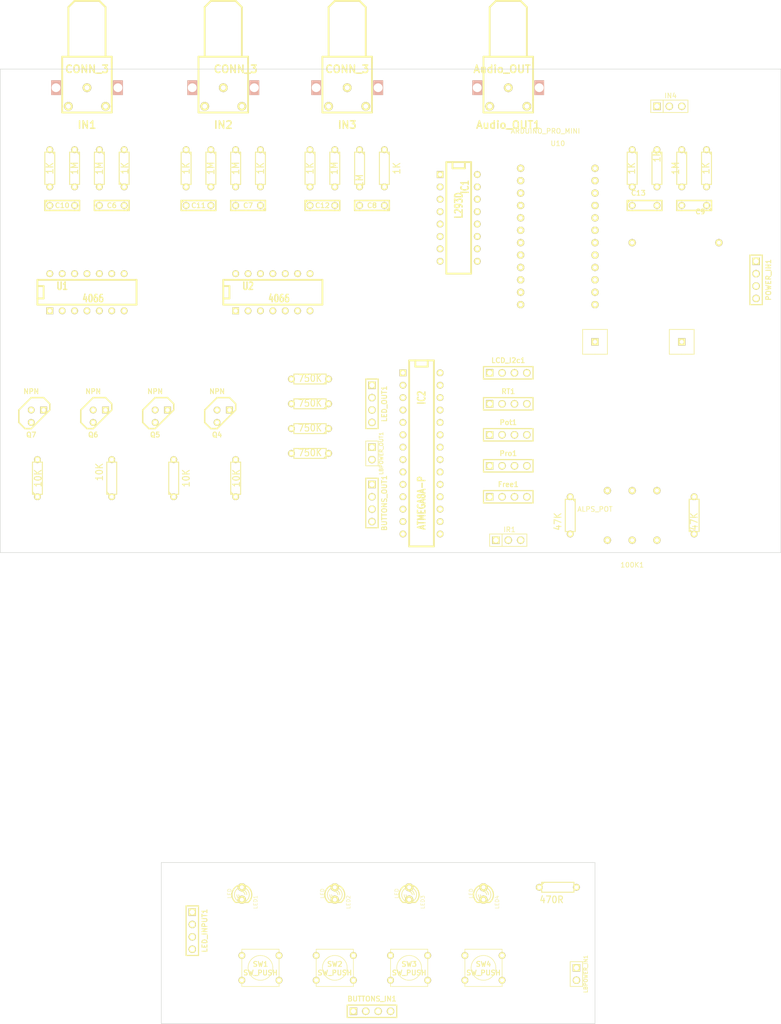
<source format=kicad_pcb>
(kicad_pcb (version 3) (host pcbnew "(2013-may-18)-stable")

  (general
    (links 163)
    (no_connects 163)
    (area 26.619999 35.509999 301.040001 226.110001)
    (thickness 1.6)
    (drawings 9)
    (tracks 0)
    (zones 0)
    (modules 71)
    (nets 68)
  )

  (page A3)
  (layers
    (15 F.Cu signal)
    (0 B.Cu signal)
    (17 F.Adhes user)
    (19 F.Paste user)
    (21 F.SilkS user)
    (23 F.Mask user)
    (28 Edge.Cuts user)
  )

  (setup
    (last_trace_width 0.8)
    (trace_clearance 1)
    (zone_clearance 0.508)
    (zone_45_only no)
    (trace_min 0.254)
    (segment_width 0.2)
    (edge_width 0.1)
    (via_size 0.889)
    (via_drill 0.635)
    (via_min_size 0.889)
    (via_min_drill 0.508)
    (uvia_size 0.508)
    (uvia_drill 0.127)
    (uvias_allowed no)
    (uvia_min_size 0.508)
    (uvia_min_drill 0.127)
    (pcb_text_width 0.3)
    (pcb_text_size 1.5 1.5)
    (mod_edge_width 0.15)
    (mod_text_size 1 1)
    (mod_text_width 0.15)
    (pad_size 1.5 1.5)
    (pad_drill 0.6)
    (pad_to_mask_clearance 0)
    (aux_axis_origin 0 0)
    (visible_elements FFFF7FFF)
    (pcbplotparams
      (layerselection 3178497)
      (usegerberextensions true)
      (excludeedgelayer true)
      (linewidth 0.150000)
      (plotframeref false)
      (viasonmask false)
      (mode 1)
      (useauxorigin false)
      (hpglpennumber 1)
      (hpglpenspeed 20)
      (hpglpendiameter 15)
      (hpglpenoverlay 2)
      (psnegative false)
      (psa4output false)
      (plotreference true)
      (plotvalue true)
      (plotothertext true)
      (plotinvisibletext false)
      (padsonsilk false)
      (subtractmaskfromsilk false)
      (outputformat 1)
      (mirror false)
      (drillshape 1)
      (scaleselection 1)
      (outputdirectory ""))
  )

  (net 0 "")
  (net 1 5.6V)
  (net 2 5V)
  (net 3 "Audio GND")
  (net 4 "Audio Output L")
  (net 5 "Audio Output R")
  (net 6 CH1E)
  (net 7 CH2E)
  (net 8 CH3E)
  (net 9 CH4E)
  (net 10 GND)
  (net 11 Motor_L)
  (net 12 Motor_R)
  (net 13 N-000001)
  (net 14 N-00000100)
  (net 15 N-00000101)
  (net 16 N-00000102)
  (net 17 N-00000103)
  (net 18 N-00000104)
  (net 19 N-00000105)
  (net 20 N-00000106)
  (net 21 N-00000107)
  (net 22 N-00000108)
  (net 23 N-00000109)
  (net 24 N-0000012)
  (net 25 N-000002)
  (net 26 N-0000021)
  (net 27 N-000003)
  (net 28 N-0000032)
  (net 29 N-0000033)
  (net 30 N-0000034)
  (net 31 N-0000035)
  (net 32 N-0000036)
  (net 33 N-000004)
  (net 34 N-000006)
  (net 35 N-0000068)
  (net 36 N-0000069)
  (net 37 N-0000071)
  (net 38 N-0000072)
  (net 39 N-0000074)
  (net 40 N-0000075)
  (net 41 N-0000076)
  (net 42 N-0000077)
  (net 43 N-0000078)
  (net 44 N-0000079)
  (net 45 N-0000080)
  (net 46 N-0000081)
  (net 47 N-0000083)
  (net 48 N-0000084)
  (net 49 N-0000085)
  (net 50 N-0000086)
  (net 51 N-0000087)
  (net 52 N-0000088)
  (net 53 N-0000089)
  (net 54 N-0000090)
  (net 55 N-0000091)
  (net 56 N-0000092)
  (net 57 N-0000093)
  (net 58 N-0000094)
  (net 59 N-0000095)
  (net 60 N-0000096)
  (net 61 N-0000097)
  (net 62 N-0000098)
  (net 63 N-0000099)
  (net 64 SCL)
  (net 65 SDA)
  (net 66 "Selector Output L")
  (net 67 "Selector Output R")

  (net_class Default "This is the default net class."
    (clearance 1)
    (trace_width 0.8)
    (via_dia 0.889)
    (via_drill 0.635)
    (uvia_dia 0.508)
    (uvia_drill 0.127)
    (add_net "")
    (add_net 5.6V)
    (add_net 5V)
    (add_net "Audio GND")
    (add_net "Audio Output L")
    (add_net "Audio Output R")
    (add_net CH1E)
    (add_net CH2E)
    (add_net CH3E)
    (add_net CH4E)
    (add_net GND)
    (add_net Motor_L)
    (add_net Motor_R)
    (add_net N-000001)
    (add_net N-00000100)
    (add_net N-00000101)
    (add_net N-00000102)
    (add_net N-00000103)
    (add_net N-00000104)
    (add_net N-00000105)
    (add_net N-00000106)
    (add_net N-00000107)
    (add_net N-00000108)
    (add_net N-00000109)
    (add_net N-0000012)
    (add_net N-000002)
    (add_net N-0000021)
    (add_net N-000003)
    (add_net N-0000032)
    (add_net N-0000033)
    (add_net N-0000034)
    (add_net N-0000035)
    (add_net N-0000036)
    (add_net N-000004)
    (add_net N-000006)
    (add_net N-0000068)
    (add_net N-0000069)
    (add_net N-0000071)
    (add_net N-0000072)
    (add_net N-0000074)
    (add_net N-0000075)
    (add_net N-0000076)
    (add_net N-0000077)
    (add_net N-0000078)
    (add_net N-0000079)
    (add_net N-0000080)
    (add_net N-0000081)
    (add_net N-0000083)
    (add_net N-0000084)
    (add_net N-0000085)
    (add_net N-0000086)
    (add_net N-0000087)
    (add_net N-0000088)
    (add_net N-0000089)
    (add_net N-0000090)
    (add_net N-0000091)
    (add_net N-0000092)
    (add_net N-0000093)
    (add_net N-0000094)
    (add_net N-0000095)
    (add_net N-0000096)
    (add_net N-0000097)
    (add_net N-0000098)
    (add_net N-0000099)
    (add_net SCL)
    (add_net SDA)
    (add_net "Selector Output L")
    (add_net "Selector Output R")
  )

  (module SW_PUSH_SMALL   placed (layer F.Cu) (tedit 46544DB3) (tstamp 5242ACFF)
    (at 119.38 219.71)
    (path /52421009)
    (fp_text reference SW1 (at 0 -0.762) (layer F.SilkS)
      (effects (font (size 1.016 1.016) (thickness 0.2032)))
    )
    (fp_text value SW_PUSH (at 0 1.016) (layer F.SilkS)
      (effects (font (size 1.016 1.016) (thickness 0.2032)))
    )
    (fp_circle (center 0 0) (end 0 -2.54) (layer F.SilkS) (width 0.127))
    (fp_line (start -3.81 -3.81) (end 3.81 -3.81) (layer F.SilkS) (width 0.127))
    (fp_line (start 3.81 -3.81) (end 3.81 3.81) (layer F.SilkS) (width 0.127))
    (fp_line (start 3.81 3.81) (end -3.81 3.81) (layer F.SilkS) (width 0.127))
    (fp_line (start -3.81 -3.81) (end -3.81 3.81) (layer F.SilkS) (width 0.127))
    (pad 1 thru_hole circle (at 3.81 -2.54) (size 1.397 1.397) (drill 0.8128)
      (layers *.Cu *.Mask F.SilkS)
      (net 30 N-0000034)
    )
    (pad 2 thru_hole circle (at 3.81 2.54) (size 1.397 1.397) (drill 0.8128)
      (layers *.Cu *.Mask F.SilkS)
      (net 44 N-0000079)
    )
    (pad 1 thru_hole circle (at -3.81 -2.54) (size 1.397 1.397) (drill 0.8128)
      (layers *.Cu *.Mask F.SilkS)
      (net 30 N-0000034)
    )
    (pad 2 thru_hole circle (at -3.81 2.54) (size 1.397 1.397) (drill 0.8128)
      (layers *.Cu *.Mask F.SilkS)
      (net 44 N-0000079)
    )
  )

  (module SW_PUSH_SMALL   placed (layer F.Cu) (tedit 46544DB3) (tstamp 5242AD0C)
    (at 134.62 219.71)
    (path /52421016)
    (fp_text reference SW2 (at 0 -0.762) (layer F.SilkS)
      (effects (font (size 1.016 1.016) (thickness 0.2032)))
    )
    (fp_text value SW_PUSH (at 0 1.016) (layer F.SilkS)
      (effects (font (size 1.016 1.016) (thickness 0.2032)))
    )
    (fp_circle (center 0 0) (end 0 -2.54) (layer F.SilkS) (width 0.127))
    (fp_line (start -3.81 -3.81) (end 3.81 -3.81) (layer F.SilkS) (width 0.127))
    (fp_line (start 3.81 -3.81) (end 3.81 3.81) (layer F.SilkS) (width 0.127))
    (fp_line (start 3.81 3.81) (end -3.81 3.81) (layer F.SilkS) (width 0.127))
    (fp_line (start -3.81 -3.81) (end -3.81 3.81) (layer F.SilkS) (width 0.127))
    (pad 1 thru_hole circle (at 3.81 -2.54) (size 1.397 1.397) (drill 0.8128)
      (layers *.Cu *.Mask F.SilkS)
      (net 31 N-0000035)
    )
    (pad 2 thru_hole circle (at 3.81 2.54) (size 1.397 1.397) (drill 0.8128)
      (layers *.Cu *.Mask F.SilkS)
      (net 44 N-0000079)
    )
    (pad 1 thru_hole circle (at -3.81 -2.54) (size 1.397 1.397) (drill 0.8128)
      (layers *.Cu *.Mask F.SilkS)
      (net 31 N-0000035)
    )
    (pad 2 thru_hole circle (at -3.81 2.54) (size 1.397 1.397) (drill 0.8128)
      (layers *.Cu *.Mask F.SilkS)
      (net 44 N-0000079)
    )
  )

  (module SW_PUSH_SMALL   placed (layer F.Cu) (tedit 46544DB3) (tstamp 5242AD19)
    (at 149.86 219.71)
    (path /5242101C)
    (fp_text reference SW3 (at 0 -0.762) (layer F.SilkS)
      (effects (font (size 1.016 1.016) (thickness 0.2032)))
    )
    (fp_text value SW_PUSH (at 0 1.016) (layer F.SilkS)
      (effects (font (size 1.016 1.016) (thickness 0.2032)))
    )
    (fp_circle (center 0 0) (end 0 -2.54) (layer F.SilkS) (width 0.127))
    (fp_line (start -3.81 -3.81) (end 3.81 -3.81) (layer F.SilkS) (width 0.127))
    (fp_line (start 3.81 -3.81) (end 3.81 3.81) (layer F.SilkS) (width 0.127))
    (fp_line (start 3.81 3.81) (end -3.81 3.81) (layer F.SilkS) (width 0.127))
    (fp_line (start -3.81 -3.81) (end -3.81 3.81) (layer F.SilkS) (width 0.127))
    (pad 1 thru_hole circle (at 3.81 -2.54) (size 1.397 1.397) (drill 0.8128)
      (layers *.Cu *.Mask F.SilkS)
      (net 32 N-0000036)
    )
    (pad 2 thru_hole circle (at 3.81 2.54) (size 1.397 1.397) (drill 0.8128)
      (layers *.Cu *.Mask F.SilkS)
      (net 44 N-0000079)
    )
    (pad 1 thru_hole circle (at -3.81 -2.54) (size 1.397 1.397) (drill 0.8128)
      (layers *.Cu *.Mask F.SilkS)
      (net 32 N-0000036)
    )
    (pad 2 thru_hole circle (at -3.81 2.54) (size 1.397 1.397) (drill 0.8128)
      (layers *.Cu *.Mask F.SilkS)
      (net 44 N-0000079)
    )
  )

  (module SW_PUSH_SMALL   placed (layer F.Cu) (tedit 46544DB3) (tstamp 5242AD26)
    (at 165.1 219.71)
    (path /52421022)
    (fp_text reference SW4 (at 0 -0.762) (layer F.SilkS)
      (effects (font (size 1.016 1.016) (thickness 0.2032)))
    )
    (fp_text value SW_PUSH (at 0 1.016) (layer F.SilkS)
      (effects (font (size 1.016 1.016) (thickness 0.2032)))
    )
    (fp_circle (center 0 0) (end 0 -2.54) (layer F.SilkS) (width 0.127))
    (fp_line (start -3.81 -3.81) (end 3.81 -3.81) (layer F.SilkS) (width 0.127))
    (fp_line (start 3.81 -3.81) (end 3.81 3.81) (layer F.SilkS) (width 0.127))
    (fp_line (start 3.81 3.81) (end -3.81 3.81) (layer F.SilkS) (width 0.127))
    (fp_line (start -3.81 -3.81) (end -3.81 3.81) (layer F.SilkS) (width 0.127))
    (pad 1 thru_hole circle (at 3.81 -2.54) (size 1.397 1.397) (drill 0.8128)
      (layers *.Cu *.Mask F.SilkS)
      (net 28 N-0000032)
    )
    (pad 2 thru_hole circle (at 3.81 2.54) (size 1.397 1.397) (drill 0.8128)
      (layers *.Cu *.Mask F.SilkS)
      (net 44 N-0000079)
    )
    (pad 1 thru_hole circle (at -3.81 -2.54) (size 1.397 1.397) (drill 0.8128)
      (layers *.Cu *.Mask F.SilkS)
      (net 28 N-0000032)
    )
    (pad 2 thru_hole circle (at -3.81 2.54) (size 1.397 1.397) (drill 0.8128)
      (layers *.Cu *.Mask F.SilkS)
      (net 44 N-0000079)
    )
  )

  (module R3   placed (layer F.Cu) (tedit 5242C204) (tstamp 5242AD34)
    (at 134.62 55.88 270)
    (descr "Resitance 3 pas")
    (tags R)
    (path /52419222)
    (autoplace_cost180 10)
    (fp_text reference R32 (at 0 0 270) (layer F.SilkS) hide
      (effects (font (size 1.397 1.27) (thickness 0.2032)))
    )
    (fp_text value 1M (at 0 0.127 270) (layer F.SilkS)
      (effects (font (size 1.397 1.27) (thickness 0.2032)))
    )
    (fp_line (start -3.81 0) (end -3.302 0) (layer F.SilkS) (width 0.2032))
    (fp_line (start 3.81 0) (end 3.302 0) (layer F.SilkS) (width 0.2032))
    (fp_line (start 3.302 0) (end 3.302 -1.016) (layer F.SilkS) (width 0.2032))
    (fp_line (start 3.302 -1.016) (end -3.302 -1.016) (layer F.SilkS) (width 0.2032))
    (fp_line (start -3.302 -1.016) (end -3.302 1.016) (layer F.SilkS) (width 0.2032))
    (fp_line (start -3.302 1.016) (end 3.302 1.016) (layer F.SilkS) (width 0.2032))
    (fp_line (start 3.302 1.016) (end 3.302 0) (layer F.SilkS) (width 0.2032))
    (fp_line (start -3.302 -0.508) (end -2.794 -1.016) (layer F.SilkS) (width 0.2032))
    (pad 1 thru_hole circle (at -3.81 0 270) (size 1.397 1.397) (drill 0.8128)
      (layers *.Cu *.Mask F.SilkS)
      (net 3 "Audio GND")
    )
    (pad 2 thru_hole circle (at 3.81 0 270) (size 1.397 1.397) (drill 0.8128)
      (layers *.Cu *.Mask F.SilkS)
      (net 59 N-0000095)
    )
    (model discret/resistor.wrl
      (at (xyz 0 0 0))
      (scale (xyz 0.3 0.3 0.3))
      (rotate (xyz 0 0 0))
    )
  )

  (module R3   placed (layer F.Cu) (tedit 52433D3C) (tstamp 5242AD42)
    (at 208.28 127 90)
    (descr "Resitance 3 pas")
    (tags R)
    (path /5241922A)
    (autoplace_cost180 10)
    (fp_text reference R35 (at 0 -2.54 90) (layer F.SilkS) hide
      (effects (font (size 1.397 1.27) (thickness 0.2032)))
    )
    (fp_text value 47K (at -1.27 0 90) (layer F.SilkS)
      (effects (font (size 1.397 1.27) (thickness 0.2032)))
    )
    (fp_line (start -3.81 0) (end -3.302 0) (layer F.SilkS) (width 0.2032))
    (fp_line (start 3.81 0) (end 3.302 0) (layer F.SilkS) (width 0.2032))
    (fp_line (start 3.302 0) (end 3.302 -1.016) (layer F.SilkS) (width 0.2032))
    (fp_line (start 3.302 -1.016) (end -3.302 -1.016) (layer F.SilkS) (width 0.2032))
    (fp_line (start -3.302 -1.016) (end -3.302 1.016) (layer F.SilkS) (width 0.2032))
    (fp_line (start -3.302 1.016) (end 3.302 1.016) (layer F.SilkS) (width 0.2032))
    (fp_line (start 3.302 1.016) (end 3.302 0) (layer F.SilkS) (width 0.2032))
    (fp_line (start -3.302 -0.508) (end -2.794 -1.016) (layer F.SilkS) (width 0.2032))
    (pad 1 thru_hole circle (at -3.81 0 90) (size 1.397 1.397) (drill 0.8128)
      (layers *.Cu *.Mask F.SilkS)
      (net 3 "Audio GND")
    )
    (pad 2 thru_hole circle (at 3.81 0 90) (size 1.397 1.397) (drill 0.8128)
      (layers *.Cu *.Mask F.SilkS)
      (net 67 "Selector Output R")
    )
    (model discret/resistor.wrl
      (at (xyz 0 0 0))
      (scale (xyz 0.3 0.3 0.3))
      (rotate (xyz 0 0 0))
    )
  )

  (module R3   placed (layer F.Cu) (tedit 5242C105) (tstamp 5242AD50)
    (at 139.7 55.88 270)
    (descr "Resitance 3 pas")
    (tags R)
    (path /52419221)
    (autoplace_cost180 10)
    (fp_text reference R24 (at 0 0.127 270) (layer F.SilkS) hide
      (effects (font (size 1.397 1.27) (thickness 0.2032)))
    )
    (fp_text value 1M (at 2.54 0 270) (layer F.SilkS)
      (effects (font (size 1.397 1.27) (thickness 0.2032)))
    )
    (fp_line (start -3.81 0) (end -3.302 0) (layer F.SilkS) (width 0.2032))
    (fp_line (start 3.81 0) (end 3.302 0) (layer F.SilkS) (width 0.2032))
    (fp_line (start 3.302 0) (end 3.302 -1.016) (layer F.SilkS) (width 0.2032))
    (fp_line (start 3.302 -1.016) (end -3.302 -1.016) (layer F.SilkS) (width 0.2032))
    (fp_line (start -3.302 -1.016) (end -3.302 1.016) (layer F.SilkS) (width 0.2032))
    (fp_line (start -3.302 1.016) (end 3.302 1.016) (layer F.SilkS) (width 0.2032))
    (fp_line (start 3.302 1.016) (end 3.302 0) (layer F.SilkS) (width 0.2032))
    (fp_line (start -3.302 -0.508) (end -2.794 -1.016) (layer F.SilkS) (width 0.2032))
    (pad 1 thru_hole circle (at -3.81 0 270) (size 1.397 1.397) (drill 0.8128)
      (layers *.Cu *.Mask F.SilkS)
      (net 3 "Audio GND")
    )
    (pad 2 thru_hole circle (at 3.81 0 270) (size 1.397 1.397) (drill 0.8128)
      (layers *.Cu *.Mask F.SilkS)
      (net 57 N-0000093)
    )
    (model discret/resistor.wrl
      (at (xyz 0 0 0))
      (scale (xyz 0.3 0.3 0.3))
      (rotate (xyz 0 0 0))
    )
  )

  (module R3   placed (layer F.Cu) (tedit 5242C0CC) (tstamp 5242AD5E)
    (at 109.22 55.88 270)
    (descr "Resitance 3 pas")
    (tags R)
    (path /52419220)
    (autoplace_cost180 10)
    (fp_text reference R31 (at 0 0.127 270) (layer F.SilkS) hide
      (effects (font (size 1.397 1.27) (thickness 0.2032)))
    )
    (fp_text value 1M (at 0 0 270) (layer F.SilkS)
      (effects (font (size 1.397 1.27) (thickness 0.2032)))
    )
    (fp_line (start -3.81 0) (end -3.302 0) (layer F.SilkS) (width 0.2032))
    (fp_line (start 3.81 0) (end 3.302 0) (layer F.SilkS) (width 0.2032))
    (fp_line (start 3.302 0) (end 3.302 -1.016) (layer F.SilkS) (width 0.2032))
    (fp_line (start 3.302 -1.016) (end -3.302 -1.016) (layer F.SilkS) (width 0.2032))
    (fp_line (start -3.302 -1.016) (end -3.302 1.016) (layer F.SilkS) (width 0.2032))
    (fp_line (start -3.302 1.016) (end 3.302 1.016) (layer F.SilkS) (width 0.2032))
    (fp_line (start 3.302 1.016) (end 3.302 0) (layer F.SilkS) (width 0.2032))
    (fp_line (start -3.302 -0.508) (end -2.794 -1.016) (layer F.SilkS) (width 0.2032))
    (pad 1 thru_hole circle (at -3.81 0 270) (size 1.397 1.397) (drill 0.8128)
      (layers *.Cu *.Mask F.SilkS)
      (net 3 "Audio GND")
    )
    (pad 2 thru_hole circle (at 3.81 0 270) (size 1.397 1.397) (drill 0.8128)
      (layers *.Cu *.Mask F.SilkS)
      (net 14 N-00000100)
    )
    (model discret/resistor.wrl
      (at (xyz 0 0 0))
      (scale (xyz 0.3 0.3 0.3))
      (rotate (xyz 0 0 0))
    )
  )

  (module R3   placed (layer F.Cu) (tedit 5242C0CE) (tstamp 5242AD6C)
    (at 114.3 55.88 270)
    (descr "Resitance 3 pas")
    (tags R)
    (path /5241921F)
    (autoplace_cost180 10)
    (fp_text reference R23 (at 0 0.127 270) (layer F.SilkS) hide
      (effects (font (size 1.397 1.27) (thickness 0.2032)))
    )
    (fp_text value 1M (at 0 0 270) (layer F.SilkS)
      (effects (font (size 1.397 1.27) (thickness 0.2032)))
    )
    (fp_line (start -3.81 0) (end -3.302 0) (layer F.SilkS) (width 0.2032))
    (fp_line (start 3.81 0) (end 3.302 0) (layer F.SilkS) (width 0.2032))
    (fp_line (start 3.302 0) (end 3.302 -1.016) (layer F.SilkS) (width 0.2032))
    (fp_line (start 3.302 -1.016) (end -3.302 -1.016) (layer F.SilkS) (width 0.2032))
    (fp_line (start -3.302 -1.016) (end -3.302 1.016) (layer F.SilkS) (width 0.2032))
    (fp_line (start -3.302 1.016) (end 3.302 1.016) (layer F.SilkS) (width 0.2032))
    (fp_line (start 3.302 1.016) (end 3.302 0) (layer F.SilkS) (width 0.2032))
    (fp_line (start -3.302 -0.508) (end -2.794 -1.016) (layer F.SilkS) (width 0.2032))
    (pad 1 thru_hole circle (at -3.81 0 270) (size 1.397 1.397) (drill 0.8128)
      (layers *.Cu *.Mask F.SilkS)
      (net 3 "Audio GND")
    )
    (pad 2 thru_hole circle (at 3.81 0 270) (size 1.397 1.397) (drill 0.8128)
      (layers *.Cu *.Mask F.SilkS)
      (net 15 N-00000101)
    )
    (model discret/resistor.wrl
      (at (xyz 0 0 0))
      (scale (xyz 0.3 0.3 0.3))
      (rotate (xyz 0 0 0))
    )
  )

  (module R3   placed (layer F.Cu) (tedit 52433D79) (tstamp 5242AD7A)
    (at 205.74 55.88 270)
    (descr "Resitance 3 pas")
    (tags R)
    (path /52419223)
    (autoplace_cost180 10)
    (fp_text reference R25 (at 0 2.54 270) (layer F.SilkS) hide
      (effects (font (size 1.397 1.27) (thickness 0.2032)))
    )
    (fp_text value 1M (at 0 1.27 270) (layer F.SilkS)
      (effects (font (size 1.397 1.27) (thickness 0.2032)))
    )
    (fp_line (start -3.81 0) (end -3.302 0) (layer F.SilkS) (width 0.2032))
    (fp_line (start 3.81 0) (end 3.302 0) (layer F.SilkS) (width 0.2032))
    (fp_line (start 3.302 0) (end 3.302 -1.016) (layer F.SilkS) (width 0.2032))
    (fp_line (start 3.302 -1.016) (end -3.302 -1.016) (layer F.SilkS) (width 0.2032))
    (fp_line (start -3.302 -1.016) (end -3.302 1.016) (layer F.SilkS) (width 0.2032))
    (fp_line (start -3.302 1.016) (end 3.302 1.016) (layer F.SilkS) (width 0.2032))
    (fp_line (start 3.302 1.016) (end 3.302 0) (layer F.SilkS) (width 0.2032))
    (fp_line (start -3.302 -0.508) (end -2.794 -1.016) (layer F.SilkS) (width 0.2032))
    (pad 1 thru_hole circle (at -3.81 0 270) (size 1.397 1.397) (drill 0.8128)
      (layers *.Cu *.Mask F.SilkS)
      (net 3 "Audio GND")
    )
    (pad 2 thru_hole circle (at 3.81 0 270) (size 1.397 1.397) (drill 0.8128)
      (layers *.Cu *.Mask F.SilkS)
      (net 61 N-0000097)
    )
    (model discret/resistor.wrl
      (at (xyz 0 0 0))
      (scale (xyz 0.3 0.3 0.3))
      (rotate (xyz 0 0 0))
    )
  )

  (module R3   placed (layer F.Cu) (tedit 52433C6F) (tstamp 5242AD88)
    (at 200.66 55.88 270)
    (descr "Resitance 3 pas")
    (tags R)
    (path /52419224)
    (autoplace_cost180 10)
    (fp_text reference R33 (at 2.54 0 270) (layer F.SilkS) hide
      (effects (font (size 1.397 1.27) (thickness 0.2032)))
    )
    (fp_text value 1M (at -2.54 0 270) (layer F.SilkS)
      (effects (font (size 1.397 1.27) (thickness 0.2032)))
    )
    (fp_line (start -3.81 0) (end -3.302 0) (layer F.SilkS) (width 0.2032))
    (fp_line (start 3.81 0) (end 3.302 0) (layer F.SilkS) (width 0.2032))
    (fp_line (start 3.302 0) (end 3.302 -1.016) (layer F.SilkS) (width 0.2032))
    (fp_line (start 3.302 -1.016) (end -3.302 -1.016) (layer F.SilkS) (width 0.2032))
    (fp_line (start -3.302 -1.016) (end -3.302 1.016) (layer F.SilkS) (width 0.2032))
    (fp_line (start -3.302 1.016) (end 3.302 1.016) (layer F.SilkS) (width 0.2032))
    (fp_line (start 3.302 1.016) (end 3.302 0) (layer F.SilkS) (width 0.2032))
    (fp_line (start -3.302 -0.508) (end -2.794 -1.016) (layer F.SilkS) (width 0.2032))
    (pad 1 thru_hole circle (at -3.81 0 270) (size 1.397 1.397) (drill 0.8128)
      (layers *.Cu *.Mask F.SilkS)
      (net 3 "Audio GND")
    )
    (pad 2 thru_hole circle (at 3.81 0 270) (size 1.397 1.397) (drill 0.8128)
      (layers *.Cu *.Mask F.SilkS)
      (net 47 N-0000083)
    )
    (model discret/resistor.wrl
      (at (xyz 0 0 0))
      (scale (xyz 0.3 0.3 0.3))
      (rotate (xyz 0 0 0))
    )
  )

  (module R3   placed (layer F.Cu) (tedit 524341A1) (tstamp 5242AD96)
    (at 101.6 119.38 90)
    (descr "Resitance 3 pas")
    (tags R)
    (path /52419232)
    (autoplace_cost180 10)
    (fp_text reference R27 (at 2.54 0 90) (layer F.SilkS) hide
      (effects (font (size 1.397 1.27) (thickness 0.2032)))
    )
    (fp_text value 10K (at 0 2.54 90) (layer F.SilkS)
      (effects (font (size 1.397 1.27) (thickness 0.2032)))
    )
    (fp_line (start -3.81 0) (end -3.302 0) (layer F.SilkS) (width 0.2032))
    (fp_line (start 3.81 0) (end 3.302 0) (layer F.SilkS) (width 0.2032))
    (fp_line (start 3.302 0) (end 3.302 -1.016) (layer F.SilkS) (width 0.2032))
    (fp_line (start 3.302 -1.016) (end -3.302 -1.016) (layer F.SilkS) (width 0.2032))
    (fp_line (start -3.302 -1.016) (end -3.302 1.016) (layer F.SilkS) (width 0.2032))
    (fp_line (start -3.302 1.016) (end 3.302 1.016) (layer F.SilkS) (width 0.2032))
    (fp_line (start 3.302 1.016) (end 3.302 0) (layer F.SilkS) (width 0.2032))
    (fp_line (start -3.302 -0.508) (end -2.794 -1.016) (layer F.SilkS) (width 0.2032))
    (pad 1 thru_hole circle (at -3.81 0 90) (size 1.397 1.397) (drill 0.8128)
      (layers *.Cu *.Mask F.SilkS)
      (net 1 5.6V)
    )
    (pad 2 thru_hole circle (at 3.81 0 90) (size 1.397 1.397) (drill 0.8128)
      (layers *.Cu *.Mask F.SilkS)
      (net 54 N-0000090)
    )
    (model discret/resistor.wrl
      (at (xyz 0 0 0))
      (scale (xyz 0.3 0.3 0.3))
      (rotate (xyz 0 0 0))
    )
  )

  (module R3   placed (layer F.Cu) (tedit 52433CEB) (tstamp 5242ADA4)
    (at 182.88 127 270)
    (descr "Resitance 3 pas")
    (tags R)
    (path /52419229)
    (autoplace_cost180 10)
    (fp_text reference R34 (at 1.27 -1.27 270) (layer F.SilkS) hide
      (effects (font (size 1.397 1.27) (thickness 0.2032)))
    )
    (fp_text value 47K (at 1.27 2.54 270) (layer F.SilkS)
      (effects (font (size 1.397 1.27) (thickness 0.2032)))
    )
    (fp_line (start -3.81 0) (end -3.302 0) (layer F.SilkS) (width 0.2032))
    (fp_line (start 3.81 0) (end 3.302 0) (layer F.SilkS) (width 0.2032))
    (fp_line (start 3.302 0) (end 3.302 -1.016) (layer F.SilkS) (width 0.2032))
    (fp_line (start 3.302 -1.016) (end -3.302 -1.016) (layer F.SilkS) (width 0.2032))
    (fp_line (start -3.302 -1.016) (end -3.302 1.016) (layer F.SilkS) (width 0.2032))
    (fp_line (start -3.302 1.016) (end 3.302 1.016) (layer F.SilkS) (width 0.2032))
    (fp_line (start 3.302 1.016) (end 3.302 0) (layer F.SilkS) (width 0.2032))
    (fp_line (start -3.302 -0.508) (end -2.794 -1.016) (layer F.SilkS) (width 0.2032))
    (pad 1 thru_hole circle (at -3.81 0 270) (size 1.397 1.397) (drill 0.8128)
      (layers *.Cu *.Mask F.SilkS)
      (net 3 "Audio GND")
    )
    (pad 2 thru_hole circle (at 3.81 0 270) (size 1.397 1.397) (drill 0.8128)
      (layers *.Cu *.Mask F.SilkS)
      (net 66 "Selector Output L")
    )
    (model discret/resistor.wrl
      (at (xyz 0 0 0))
      (scale (xyz 0.3 0.3 0.3))
      (rotate (xyz 0 0 0))
    )
  )

  (module R3   placed (layer F.Cu) (tedit 5243419D) (tstamp 5242ADB2)
    (at 114.3 119.38 90)
    (descr "Resitance 3 pas")
    (tags R)
    (path /52419231)
    (autoplace_cost180 10)
    (fp_text reference R26 (at 0 0 180) (layer F.SilkS) hide
      (effects (font (size 1.397 1.27) (thickness 0.2032)))
    )
    (fp_text value 10K (at 0 0.127 90) (layer F.SilkS)
      (effects (font (size 1.397 1.27) (thickness 0.2032)))
    )
    (fp_line (start -3.81 0) (end -3.302 0) (layer F.SilkS) (width 0.2032))
    (fp_line (start 3.81 0) (end 3.302 0) (layer F.SilkS) (width 0.2032))
    (fp_line (start 3.302 0) (end 3.302 -1.016) (layer F.SilkS) (width 0.2032))
    (fp_line (start 3.302 -1.016) (end -3.302 -1.016) (layer F.SilkS) (width 0.2032))
    (fp_line (start -3.302 -1.016) (end -3.302 1.016) (layer F.SilkS) (width 0.2032))
    (fp_line (start -3.302 1.016) (end 3.302 1.016) (layer F.SilkS) (width 0.2032))
    (fp_line (start 3.302 1.016) (end 3.302 0) (layer F.SilkS) (width 0.2032))
    (fp_line (start -3.302 -0.508) (end -2.794 -1.016) (layer F.SilkS) (width 0.2032))
    (pad 1 thru_hole circle (at -3.81 0 90) (size 1.397 1.397) (drill 0.8128)
      (layers *.Cu *.Mask F.SilkS)
      (net 1 5.6V)
    )
    (pad 2 thru_hole circle (at 3.81 0 90) (size 1.397 1.397) (drill 0.8128)
      (layers *.Cu *.Mask F.SilkS)
      (net 52 N-0000088)
    )
    (model discret/resistor.wrl
      (at (xyz 0 0 0))
      (scale (xyz 0.3 0.3 0.3))
      (rotate (xyz 0 0 0))
    )
  )

  (module R3   placed (layer F.Cu) (tedit 5242C3B2) (tstamp 5242ADC0)
    (at 129.54 99.06 180)
    (descr "Resitance 3 pas")
    (tags R)
    (path /5241922D)
    (autoplace_cost180 10)
    (fp_text reference R10 (at 0 2.54 180) (layer F.SilkS) hide
      (effects (font (size 1.397 1.27) (thickness 0.2032)))
    )
    (fp_text value 750K (at 0 0.127 180) (layer F.SilkS)
      (effects (font (size 1.397 1.27) (thickness 0.2032)))
    )
    (fp_line (start -3.81 0) (end -3.302 0) (layer F.SilkS) (width 0.2032))
    (fp_line (start 3.81 0) (end 3.302 0) (layer F.SilkS) (width 0.2032))
    (fp_line (start 3.302 0) (end 3.302 -1.016) (layer F.SilkS) (width 0.2032))
    (fp_line (start 3.302 -1.016) (end -3.302 -1.016) (layer F.SilkS) (width 0.2032))
    (fp_line (start -3.302 -1.016) (end -3.302 1.016) (layer F.SilkS) (width 0.2032))
    (fp_line (start -3.302 1.016) (end 3.302 1.016) (layer F.SilkS) (width 0.2032))
    (fp_line (start 3.302 1.016) (end 3.302 0) (layer F.SilkS) (width 0.2032))
    (fp_line (start -3.302 -0.508) (end -2.794 -1.016) (layer F.SilkS) (width 0.2032))
    (pad 1 thru_hole circle (at -3.81 0 180) (size 1.397 1.397) (drill 0.8128)
      (layers *.Cu *.Mask F.SilkS)
      (net 6 CH1E)
    )
    (pad 2 thru_hole circle (at 3.81 0 180) (size 1.397 1.397) (drill 0.8128)
      (layers *.Cu *.Mask F.SilkS)
      (net 35 N-0000068)
    )
    (model discret/resistor.wrl
      (at (xyz 0 0 0))
      (scale (xyz 0.3 0.3 0.3))
      (rotate (xyz 0 0 0))
    )
  )

  (module R3   placed (layer F.Cu) (tedit 5242C32D) (tstamp 5242ADCE)
    (at 129.54 104.14 180)
    (descr "Resitance 3 pas")
    (tags R)
    (path /5241922E)
    (autoplace_cost180 10)
    (fp_text reference R11 (at 0 2.54 180) (layer F.SilkS) hide
      (effects (font (size 1.397 1.27) (thickness 0.2032)))
    )
    (fp_text value 750K (at 0 0.127 180) (layer F.SilkS)
      (effects (font (size 1.397 1.27) (thickness 0.2032)))
    )
    (fp_line (start -3.81 0) (end -3.302 0) (layer F.SilkS) (width 0.2032))
    (fp_line (start 3.81 0) (end 3.302 0) (layer F.SilkS) (width 0.2032))
    (fp_line (start 3.302 0) (end 3.302 -1.016) (layer F.SilkS) (width 0.2032))
    (fp_line (start 3.302 -1.016) (end -3.302 -1.016) (layer F.SilkS) (width 0.2032))
    (fp_line (start -3.302 -1.016) (end -3.302 1.016) (layer F.SilkS) (width 0.2032))
    (fp_line (start -3.302 1.016) (end 3.302 1.016) (layer F.SilkS) (width 0.2032))
    (fp_line (start 3.302 1.016) (end 3.302 0) (layer F.SilkS) (width 0.2032))
    (fp_line (start -3.302 -0.508) (end -2.794 -1.016) (layer F.SilkS) (width 0.2032))
    (pad 1 thru_hole circle (at -3.81 0 180) (size 1.397 1.397) (drill 0.8128)
      (layers *.Cu *.Mask F.SilkS)
      (net 7 CH2E)
    )
    (pad 2 thru_hole circle (at 3.81 0 180) (size 1.397 1.397) (drill 0.8128)
      (layers *.Cu *.Mask F.SilkS)
      (net 36 N-0000069)
    )
    (model discret/resistor.wrl
      (at (xyz 0 0 0))
      (scale (xyz 0.3 0.3 0.3))
      (rotate (xyz 0 0 0))
    )
  )

  (module R3   placed (layer F.Cu) (tedit 5242C3B0) (tstamp 5242ADDC)
    (at 129.54 109.22 180)
    (descr "Resitance 3 pas")
    (tags R)
    (path /5241922F)
    (autoplace_cost180 10)
    (fp_text reference R12 (at 0 2.54 180) (layer F.SilkS) hide
      (effects (font (size 1.397 1.27) (thickness 0.2032)))
    )
    (fp_text value 750K (at 0 0.127 180) (layer F.SilkS)
      (effects (font (size 1.397 1.27) (thickness 0.2032)))
    )
    (fp_line (start -3.81 0) (end -3.302 0) (layer F.SilkS) (width 0.2032))
    (fp_line (start 3.81 0) (end 3.302 0) (layer F.SilkS) (width 0.2032))
    (fp_line (start 3.302 0) (end 3.302 -1.016) (layer F.SilkS) (width 0.2032))
    (fp_line (start 3.302 -1.016) (end -3.302 -1.016) (layer F.SilkS) (width 0.2032))
    (fp_line (start -3.302 -1.016) (end -3.302 1.016) (layer F.SilkS) (width 0.2032))
    (fp_line (start -3.302 1.016) (end 3.302 1.016) (layer F.SilkS) (width 0.2032))
    (fp_line (start 3.302 1.016) (end 3.302 0) (layer F.SilkS) (width 0.2032))
    (fp_line (start -3.302 -0.508) (end -2.794 -1.016) (layer F.SilkS) (width 0.2032))
    (pad 1 thru_hole circle (at -3.81 0 180) (size 1.397 1.397) (drill 0.8128)
      (layers *.Cu *.Mask F.SilkS)
      (net 8 CH3E)
    )
    (pad 2 thru_hole circle (at 3.81 0 180) (size 1.397 1.397) (drill 0.8128)
      (layers *.Cu *.Mask F.SilkS)
      (net 46 N-0000081)
    )
    (model discret/resistor.wrl
      (at (xyz 0 0 0))
      (scale (xyz 0.3 0.3 0.3))
      (rotate (xyz 0 0 0))
    )
  )

  (module R3   placed (layer F.Cu) (tedit 5242C3B4) (tstamp 5242ADEA)
    (at 129.54 114.3 180)
    (descr "Resitance 3 pas")
    (tags R)
    (path /52419230)
    (autoplace_cost180 10)
    (fp_text reference R13 (at 0 -2.54 180) (layer F.SilkS) hide
      (effects (font (size 1.397 1.27) (thickness 0.2032)))
    )
    (fp_text value 750K (at 0 0.127 180) (layer F.SilkS)
      (effects (font (size 1.397 1.27) (thickness 0.2032)))
    )
    (fp_line (start -3.81 0) (end -3.302 0) (layer F.SilkS) (width 0.2032))
    (fp_line (start 3.81 0) (end 3.302 0) (layer F.SilkS) (width 0.2032))
    (fp_line (start 3.302 0) (end 3.302 -1.016) (layer F.SilkS) (width 0.2032))
    (fp_line (start 3.302 -1.016) (end -3.302 -1.016) (layer F.SilkS) (width 0.2032))
    (fp_line (start -3.302 -1.016) (end -3.302 1.016) (layer F.SilkS) (width 0.2032))
    (fp_line (start -3.302 1.016) (end 3.302 1.016) (layer F.SilkS) (width 0.2032))
    (fp_line (start 3.302 1.016) (end 3.302 0) (layer F.SilkS) (width 0.2032))
    (fp_line (start -3.302 -0.508) (end -2.794 -1.016) (layer F.SilkS) (width 0.2032))
    (pad 1 thru_hole circle (at -3.81 0 180) (size 1.397 1.397) (drill 0.8128)
      (layers *.Cu *.Mask F.SilkS)
      (net 9 CH4E)
    )
    (pad 2 thru_hole circle (at 3.81 0 180) (size 1.397 1.397) (drill 0.8128)
      (layers *.Cu *.Mask F.SilkS)
      (net 37 N-0000071)
    )
    (model discret/resistor.wrl
      (at (xyz 0 0 0))
      (scale (xyz 0.3 0.3 0.3))
      (rotate (xyz 0 0 0))
    )
  )

  (module R3   placed (layer F.Cu) (tedit 5242C08C) (tstamp 5242ADF8)
    (at 81.28 55.88 270)
    (descr "Resitance 3 pas")
    (tags R)
    (path /5241921E)
    (autoplace_cost180 10)
    (fp_text reference R30 (at 0 0.127 270) (layer F.SilkS) hide
      (effects (font (size 1.397 1.27) (thickness 0.2032)))
    )
    (fp_text value 1M (at 0 0 270) (layer F.SilkS)
      (effects (font (size 1.397 1.27) (thickness 0.2032)))
    )
    (fp_line (start -3.81 0) (end -3.302 0) (layer F.SilkS) (width 0.2032))
    (fp_line (start 3.81 0) (end 3.302 0) (layer F.SilkS) (width 0.2032))
    (fp_line (start 3.302 0) (end 3.302 -1.016) (layer F.SilkS) (width 0.2032))
    (fp_line (start 3.302 -1.016) (end -3.302 -1.016) (layer F.SilkS) (width 0.2032))
    (fp_line (start -3.302 -1.016) (end -3.302 1.016) (layer F.SilkS) (width 0.2032))
    (fp_line (start -3.302 1.016) (end 3.302 1.016) (layer F.SilkS) (width 0.2032))
    (fp_line (start 3.302 1.016) (end 3.302 0) (layer F.SilkS) (width 0.2032))
    (fp_line (start -3.302 -0.508) (end -2.794 -1.016) (layer F.SilkS) (width 0.2032))
    (pad 1 thru_hole circle (at -3.81 0 270) (size 1.397 1.397) (drill 0.8128)
      (layers *.Cu *.Mask F.SilkS)
      (net 3 "Audio GND")
    )
    (pad 2 thru_hole circle (at 3.81 0 270) (size 1.397 1.397) (drill 0.8128)
      (layers *.Cu *.Mask F.SilkS)
      (net 55 N-0000091)
    )
    (model discret/resistor.wrl
      (at (xyz 0 0 0))
      (scale (xyz 0.3 0.3 0.3))
      (rotate (xyz 0 0 0))
    )
  )

  (module R3   placed (layer F.Cu) (tedit 5242C092) (tstamp 5242AE06)
    (at 86.36 55.88 270)
    (descr "Resitance 3 pas")
    (tags R)
    (path /5241921D)
    (autoplace_cost180 10)
    (fp_text reference R22 (at 0 0.127 270) (layer F.SilkS) hide
      (effects (font (size 1.397 1.27) (thickness 0.2032)))
    )
    (fp_text value 1M (at 0 0 270) (layer F.SilkS)
      (effects (font (size 1.397 1.27) (thickness 0.2032)))
    )
    (fp_line (start -3.81 0) (end -3.302 0) (layer F.SilkS) (width 0.2032))
    (fp_line (start 3.81 0) (end 3.302 0) (layer F.SilkS) (width 0.2032))
    (fp_line (start 3.302 0) (end 3.302 -1.016) (layer F.SilkS) (width 0.2032))
    (fp_line (start 3.302 -1.016) (end -3.302 -1.016) (layer F.SilkS) (width 0.2032))
    (fp_line (start -3.302 -1.016) (end -3.302 1.016) (layer F.SilkS) (width 0.2032))
    (fp_line (start -3.302 1.016) (end 3.302 1.016) (layer F.SilkS) (width 0.2032))
    (fp_line (start 3.302 1.016) (end 3.302 0) (layer F.SilkS) (width 0.2032))
    (fp_line (start -3.302 -0.508) (end -2.794 -1.016) (layer F.SilkS) (width 0.2032))
    (pad 1 thru_hole circle (at -3.81 0 270) (size 1.397 1.397) (drill 0.8128)
      (layers *.Cu *.Mask F.SilkS)
      (net 3 "Audio GND")
    )
    (pad 2 thru_hole circle (at 3.81 0 270) (size 1.397 1.397) (drill 0.8128)
      (layers *.Cu *.Mask F.SilkS)
      (net 63 N-0000099)
    )
    (model discret/resistor.wrl
      (at (xyz 0 0 0))
      (scale (xyz 0.3 0.3 0.3))
      (rotate (xyz 0 0 0))
    )
  )

  (module R3   placed (layer F.Cu) (tedit 52434177) (tstamp 5242AE14)
    (at 88.9 119.38 90)
    (descr "Resitance 3 pas")
    (tags R)
    (path /52419233)
    (autoplace_cost180 10)
    (fp_text reference R28 (at 5.08 0 90) (layer F.SilkS) hide
      (effects (font (size 1.397 1.27) (thickness 0.2032)))
    )
    (fp_text value 10K (at 1.27 -2.54 90) (layer F.SilkS)
      (effects (font (size 1.397 1.27) (thickness 0.2032)))
    )
    (fp_line (start -3.81 0) (end -3.302 0) (layer F.SilkS) (width 0.2032))
    (fp_line (start 3.81 0) (end 3.302 0) (layer F.SilkS) (width 0.2032))
    (fp_line (start 3.302 0) (end 3.302 -1.016) (layer F.SilkS) (width 0.2032))
    (fp_line (start 3.302 -1.016) (end -3.302 -1.016) (layer F.SilkS) (width 0.2032))
    (fp_line (start -3.302 -1.016) (end -3.302 1.016) (layer F.SilkS) (width 0.2032))
    (fp_line (start -3.302 1.016) (end 3.302 1.016) (layer F.SilkS) (width 0.2032))
    (fp_line (start 3.302 1.016) (end 3.302 0) (layer F.SilkS) (width 0.2032))
    (fp_line (start -3.302 -0.508) (end -2.794 -1.016) (layer F.SilkS) (width 0.2032))
    (pad 1 thru_hole circle (at -3.81 0 90) (size 1.397 1.397) (drill 0.8128)
      (layers *.Cu *.Mask F.SilkS)
      (net 1 5.6V)
    )
    (pad 2 thru_hole circle (at 3.81 0 90) (size 1.397 1.397) (drill 0.8128)
      (layers *.Cu *.Mask F.SilkS)
      (net 53 N-0000089)
    )
    (model discret/resistor.wrl
      (at (xyz 0 0 0))
      (scale (xyz 0.3 0.3 0.3))
      (rotate (xyz 0 0 0))
    )
  )

  (module R3   placed (layer F.Cu) (tedit 52433FC3) (tstamp 5242AE22)
    (at 73.66 119.38 90)
    (descr "Resitance 3 pas")
    (tags R)
    (path /52419234)
    (autoplace_cost180 10)
    (fp_text reference R29 (at 3.81 1.27 90) (layer F.SilkS) hide
      (effects (font (size 1.397 1.27) (thickness 0.2032)))
    )
    (fp_text value 10K (at 0 0.127 90) (layer F.SilkS)
      (effects (font (size 1.397 1.27) (thickness 0.2032)))
    )
    (fp_line (start -3.81 0) (end -3.302 0) (layer F.SilkS) (width 0.2032))
    (fp_line (start 3.81 0) (end 3.302 0) (layer F.SilkS) (width 0.2032))
    (fp_line (start 3.302 0) (end 3.302 -1.016) (layer F.SilkS) (width 0.2032))
    (fp_line (start 3.302 -1.016) (end -3.302 -1.016) (layer F.SilkS) (width 0.2032))
    (fp_line (start -3.302 -1.016) (end -3.302 1.016) (layer F.SilkS) (width 0.2032))
    (fp_line (start -3.302 1.016) (end 3.302 1.016) (layer F.SilkS) (width 0.2032))
    (fp_line (start 3.302 1.016) (end 3.302 0) (layer F.SilkS) (width 0.2032))
    (fp_line (start -3.302 -0.508) (end -2.794 -1.016) (layer F.SilkS) (width 0.2032))
    (pad 1 thru_hole circle (at -3.81 0 90) (size 1.397 1.397) (drill 0.8128)
      (layers *.Cu *.Mask F.SilkS)
      (net 1 5.6V)
    )
    (pad 2 thru_hole circle (at 3.81 0 90) (size 1.397 1.397) (drill 0.8128)
      (layers *.Cu *.Mask F.SilkS)
      (net 24 N-0000012)
    )
    (model discret/resistor.wrl
      (at (xyz 0 0 0))
      (scale (xyz 0.3 0.3 0.3))
      (rotate (xyz 0 0 0))
    )
  )

  (module R3   placed (layer F.Cu) (tedit 5242BF55) (tstamp 5242AE30)
    (at 180.34 203.2)
    (descr "Resitance 3 pas")
    (tags R)
    (path /524224F4)
    (autoplace_cost180 10)
    (fp_text reference R9 (at 0 0.127) (layer F.SilkS) hide
      (effects (font (size 1.397 1.27) (thickness 0.2032)))
    )
    (fp_text value 470R (at -1.27 2.54) (layer F.SilkS)
      (effects (font (size 1.397 1.27) (thickness 0.2032)))
    )
    (fp_line (start -3.81 0) (end -3.302 0) (layer F.SilkS) (width 0.2032))
    (fp_line (start 3.81 0) (end 3.302 0) (layer F.SilkS) (width 0.2032))
    (fp_line (start 3.302 0) (end 3.302 -1.016) (layer F.SilkS) (width 0.2032))
    (fp_line (start 3.302 -1.016) (end -3.302 -1.016) (layer F.SilkS) (width 0.2032))
    (fp_line (start -3.302 -1.016) (end -3.302 1.016) (layer F.SilkS) (width 0.2032))
    (fp_line (start -3.302 1.016) (end 3.302 1.016) (layer F.SilkS) (width 0.2032))
    (fp_line (start 3.302 1.016) (end 3.302 0) (layer F.SilkS) (width 0.2032))
    (fp_line (start -3.302 -0.508) (end -2.794 -1.016) (layer F.SilkS) (width 0.2032))
    (pad 1 thru_hole circle (at -3.81 0) (size 1.397 1.397) (drill 0.8128)
      (layers *.Cu *.Mask F.SilkS)
      (net 45 N-0000080)
    )
    (pad 2 thru_hole circle (at 3.81 0) (size 1.397 1.397) (drill 0.8128)
      (layers *.Cu *.Mask F.SilkS)
      (net 26 N-0000021)
    )
    (model discret/resistor.wrl
      (at (xyz 0 0 0))
      (scale (xyz 0.3 0.3 0.3))
      (rotate (xyz 0 0 0))
    )
  )

  (module R3   placed (layer F.Cu) (tedit 5242C0D1) (tstamp 5242AE3E)
    (at 104.14 55.88 270)
    (descr "Resitance 3 pas")
    (tags R)
    (path /52419214)
    (autoplace_cost180 10)
    (fp_text reference R19 (at 0 0.127 270) (layer F.SilkS) hide
      (effects (font (size 1.397 1.27) (thickness 0.2032)))
    )
    (fp_text value 1K (at 0 0 270) (layer F.SilkS)
      (effects (font (size 1.397 1.27) (thickness 0.2032)))
    )
    (fp_line (start -3.81 0) (end -3.302 0) (layer F.SilkS) (width 0.2032))
    (fp_line (start 3.81 0) (end 3.302 0) (layer F.SilkS) (width 0.2032))
    (fp_line (start 3.302 0) (end 3.302 -1.016) (layer F.SilkS) (width 0.2032))
    (fp_line (start 3.302 -1.016) (end -3.302 -1.016) (layer F.SilkS) (width 0.2032))
    (fp_line (start -3.302 -1.016) (end -3.302 1.016) (layer F.SilkS) (width 0.2032))
    (fp_line (start -3.302 1.016) (end 3.302 1.016) (layer F.SilkS) (width 0.2032))
    (fp_line (start 3.302 1.016) (end 3.302 0) (layer F.SilkS) (width 0.2032))
    (fp_line (start -3.302 -0.508) (end -2.794 -1.016) (layer F.SilkS) (width 0.2032))
    (pad 1 thru_hole circle (at -3.81 0 270) (size 1.397 1.397) (drill 0.8128)
      (layers *.Cu *.Mask F.SilkS)
      (net 22 N-00000108)
    )
    (pad 2 thru_hole circle (at 3.81 0 270) (size 1.397 1.397) (drill 0.8128)
      (layers *.Cu *.Mask F.SilkS)
      (net 23 N-00000109)
    )
    (model discret/resistor.wrl
      (at (xyz 0 0 0))
      (scale (xyz 0.3 0.3 0.3))
      (rotate (xyz 0 0 0))
    )
  )

  (module R3   placed (layer F.Cu) (tedit 5242BAE5) (tstamp 5242AE4C)
    (at 76.2 55.88 270)
    (descr "Resitance 3 pas")
    (tags R)
    (path /52419213)
    (autoplace_cost180 10)
    (fp_text reference R18 (at 0 0.127 270) (layer F.SilkS) hide
      (effects (font (size 1.397 1.27) (thickness 0.2032)))
    )
    (fp_text value 1K (at 0 0 270) (layer F.SilkS)
      (effects (font (size 1.397 1.27) (thickness 0.2032)))
    )
    (fp_line (start -3.81 0) (end -3.302 0) (layer F.SilkS) (width 0.2032))
    (fp_line (start 3.81 0) (end 3.302 0) (layer F.SilkS) (width 0.2032))
    (fp_line (start 3.302 0) (end 3.302 -1.016) (layer F.SilkS) (width 0.2032))
    (fp_line (start 3.302 -1.016) (end -3.302 -1.016) (layer F.SilkS) (width 0.2032))
    (fp_line (start -3.302 -1.016) (end -3.302 1.016) (layer F.SilkS) (width 0.2032))
    (fp_line (start -3.302 1.016) (end 3.302 1.016) (layer F.SilkS) (width 0.2032))
    (fp_line (start 3.302 1.016) (end 3.302 0) (layer F.SilkS) (width 0.2032))
    (fp_line (start -3.302 -0.508) (end -2.794 -1.016) (layer F.SilkS) (width 0.2032))
    (pad 1 thru_hole circle (at -3.81 0 270) (size 1.397 1.397) (drill 0.8128)
      (layers *.Cu *.Mask F.SilkS)
      (net 16 N-00000102)
    )
    (pad 2 thru_hole circle (at 3.81 0 270) (size 1.397 1.397) (drill 0.8128)
      (layers *.Cu *.Mask F.SilkS)
      (net 21 N-00000107)
    )
    (model discret/resistor.wrl
      (at (xyz 0 0 0))
      (scale (xyz 0.3 0.3 0.3))
      (rotate (xyz 0 0 0))
    )
  )

  (module R3   placed (layer F.Cu) (tedit 5242C4D7) (tstamp 5242AE5A)
    (at 210.82 55.88 270)
    (descr "Resitance 3 pas")
    (tags R)
    (path /52419212)
    (autoplace_cost180 10)
    (fp_text reference R17 (at 2.54 2.54 270) (layer F.SilkS) hide
      (effects (font (size 1.397 1.27) (thickness 0.2032)))
    )
    (fp_text value 1K (at 0 0.127 270) (layer F.SilkS)
      (effects (font (size 1.397 1.27) (thickness 0.2032)))
    )
    (fp_line (start -3.81 0) (end -3.302 0) (layer F.SilkS) (width 0.2032))
    (fp_line (start 3.81 0) (end 3.302 0) (layer F.SilkS) (width 0.2032))
    (fp_line (start 3.302 0) (end 3.302 -1.016) (layer F.SilkS) (width 0.2032))
    (fp_line (start 3.302 -1.016) (end -3.302 -1.016) (layer F.SilkS) (width 0.2032))
    (fp_line (start -3.302 -1.016) (end -3.302 1.016) (layer F.SilkS) (width 0.2032))
    (fp_line (start -3.302 1.016) (end 3.302 1.016) (layer F.SilkS) (width 0.2032))
    (fp_line (start 3.302 1.016) (end 3.302 0) (layer F.SilkS) (width 0.2032))
    (fp_line (start -3.302 -0.508) (end -2.794 -1.016) (layer F.SilkS) (width 0.2032))
    (pad 1 thru_hole circle (at -3.81 0 270) (size 1.397 1.397) (drill 0.8128)
      (layers *.Cu *.Mask F.SilkS)
      (net 20 N-00000106)
    )
    (pad 2 thru_hole circle (at 3.81 0 270) (size 1.397 1.397) (drill 0.8128)
      (layers *.Cu *.Mask F.SilkS)
      (net 60 N-0000096)
    )
    (model discret/resistor.wrl
      (at (xyz 0 0 0))
      (scale (xyz 0.3 0.3 0.3))
      (rotate (xyz 0 0 0))
    )
  )

  (module R3   placed (layer F.Cu) (tedit 5242C229) (tstamp 5242AE68)
    (at 195.58 55.88 270)
    (descr "Resitance 3 pas")
    (tags R)
    (path /52419211)
    (autoplace_cost180 10)
    (fp_text reference R21 (at 2.54 -1.27 270) (layer F.SilkS) hide
      (effects (font (size 1.397 1.27) (thickness 0.2032)))
    )
    (fp_text value 1K (at 0 0.127 270) (layer F.SilkS)
      (effects (font (size 1.397 1.27) (thickness 0.2032)))
    )
    (fp_line (start -3.81 0) (end -3.302 0) (layer F.SilkS) (width 0.2032))
    (fp_line (start 3.81 0) (end 3.302 0) (layer F.SilkS) (width 0.2032))
    (fp_line (start 3.302 0) (end 3.302 -1.016) (layer F.SilkS) (width 0.2032))
    (fp_line (start 3.302 -1.016) (end -3.302 -1.016) (layer F.SilkS) (width 0.2032))
    (fp_line (start -3.302 -1.016) (end -3.302 1.016) (layer F.SilkS) (width 0.2032))
    (fp_line (start -3.302 1.016) (end 3.302 1.016) (layer F.SilkS) (width 0.2032))
    (fp_line (start 3.302 1.016) (end 3.302 0) (layer F.SilkS) (width 0.2032))
    (fp_line (start -3.302 -0.508) (end -2.794 -1.016) (layer F.SilkS) (width 0.2032))
    (pad 1 thru_hole circle (at -3.81 0 270) (size 1.397 1.397) (drill 0.8128)
      (layers *.Cu *.Mask F.SilkS)
      (net 19 N-00000105)
    )
    (pad 2 thru_hole circle (at 3.81 0 270) (size 1.397 1.397) (drill 0.8128)
      (layers *.Cu *.Mask F.SilkS)
      (net 62 N-0000098)
    )
    (model discret/resistor.wrl
      (at (xyz 0 0 0))
      (scale (xyz 0.3 0.3 0.3))
      (rotate (xyz 0 0 0))
    )
  )

  (module R3   placed (layer F.Cu) (tedit 5242C0FD) (tstamp 5242AE76)
    (at 129.54 55.88 270)
    (descr "Resitance 3 pas")
    (tags R)
    (path /52419210)
    (autoplace_cost180 10)
    (fp_text reference R20 (at 0 0.127 270) (layer F.SilkS) hide
      (effects (font (size 1.397 1.27) (thickness 0.2032)))
    )
    (fp_text value 1K (at 0 0 270) (layer F.SilkS)
      (effects (font (size 1.397 1.27) (thickness 0.2032)))
    )
    (fp_line (start -3.81 0) (end -3.302 0) (layer F.SilkS) (width 0.2032))
    (fp_line (start 3.81 0) (end 3.302 0) (layer F.SilkS) (width 0.2032))
    (fp_line (start 3.302 0) (end 3.302 -1.016) (layer F.SilkS) (width 0.2032))
    (fp_line (start 3.302 -1.016) (end -3.302 -1.016) (layer F.SilkS) (width 0.2032))
    (fp_line (start -3.302 -1.016) (end -3.302 1.016) (layer F.SilkS) (width 0.2032))
    (fp_line (start -3.302 1.016) (end 3.302 1.016) (layer F.SilkS) (width 0.2032))
    (fp_line (start 3.302 1.016) (end 3.302 0) (layer F.SilkS) (width 0.2032))
    (fp_line (start -3.302 -0.508) (end -2.794 -1.016) (layer F.SilkS) (width 0.2032))
    (pad 1 thru_hole circle (at -3.81 0 270) (size 1.397 1.397) (drill 0.8128)
      (layers *.Cu *.Mask F.SilkS)
      (net 18 N-00000104)
    )
    (pad 2 thru_hole circle (at 3.81 0 270) (size 1.397 1.397) (drill 0.8128)
      (layers *.Cu *.Mask F.SilkS)
      (net 58 N-0000094)
    )
    (model discret/resistor.wrl
      (at (xyz 0 0 0))
      (scale (xyz 0.3 0.3 0.3))
      (rotate (xyz 0 0 0))
    )
  )

  (module R3   placed (layer F.Cu) (tedit 5242BAC8) (tstamp 5242AE84)
    (at 144.78 55.88 270)
    (descr "Resitance 3 pas")
    (tags R)
    (path /5241920F)
    (autoplace_cost180 10)
    (fp_text reference R16 (at 0 0.127 270) (layer F.SilkS) hide
      (effects (font (size 1.397 1.27) (thickness 0.2032)))
    )
    (fp_text value 1K (at 0 -2.54 270) (layer F.SilkS)
      (effects (font (size 1.397 1.27) (thickness 0.2032)))
    )
    (fp_line (start -3.81 0) (end -3.302 0) (layer F.SilkS) (width 0.2032))
    (fp_line (start 3.81 0) (end 3.302 0) (layer F.SilkS) (width 0.2032))
    (fp_line (start 3.302 0) (end 3.302 -1.016) (layer F.SilkS) (width 0.2032))
    (fp_line (start 3.302 -1.016) (end -3.302 -1.016) (layer F.SilkS) (width 0.2032))
    (fp_line (start -3.302 -1.016) (end -3.302 1.016) (layer F.SilkS) (width 0.2032))
    (fp_line (start -3.302 1.016) (end 3.302 1.016) (layer F.SilkS) (width 0.2032))
    (fp_line (start 3.302 1.016) (end 3.302 0) (layer F.SilkS) (width 0.2032))
    (fp_line (start -3.302 -0.508) (end -2.794 -1.016) (layer F.SilkS) (width 0.2032))
    (pad 1 thru_hole circle (at -3.81 0 270) (size 1.397 1.397) (drill 0.8128)
      (layers *.Cu *.Mask F.SilkS)
      (net 50 N-0000086)
    )
    (pad 2 thru_hole circle (at 3.81 0 270) (size 1.397 1.397) (drill 0.8128)
      (layers *.Cu *.Mask F.SilkS)
      (net 56 N-0000092)
    )
    (model discret/resistor.wrl
      (at (xyz 0 0 0))
      (scale (xyz 0.3 0.3 0.3))
      (rotate (xyz 0 0 0))
    )
  )

  (module R3   placed (layer F.Cu) (tedit 5242C0CF) (tstamp 5242AE92)
    (at 119.38 55.88 270)
    (descr "Resitance 3 pas")
    (tags R)
    (path /5241920E)
    (autoplace_cost180 10)
    (fp_text reference R15 (at 0 0.127 270) (layer F.SilkS) hide
      (effects (font (size 1.397 1.27) (thickness 0.2032)))
    )
    (fp_text value 1K (at 0 0 270) (layer F.SilkS)
      (effects (font (size 1.397 1.27) (thickness 0.2032)))
    )
    (fp_line (start -3.81 0) (end -3.302 0) (layer F.SilkS) (width 0.2032))
    (fp_line (start 3.81 0) (end 3.302 0) (layer F.SilkS) (width 0.2032))
    (fp_line (start 3.302 0) (end 3.302 -1.016) (layer F.SilkS) (width 0.2032))
    (fp_line (start 3.302 -1.016) (end -3.302 -1.016) (layer F.SilkS) (width 0.2032))
    (fp_line (start -3.302 -1.016) (end -3.302 1.016) (layer F.SilkS) (width 0.2032))
    (fp_line (start -3.302 1.016) (end 3.302 1.016) (layer F.SilkS) (width 0.2032))
    (fp_line (start 3.302 1.016) (end 3.302 0) (layer F.SilkS) (width 0.2032))
    (fp_line (start -3.302 -0.508) (end -2.794 -1.016) (layer F.SilkS) (width 0.2032))
    (pad 1 thru_hole circle (at -3.81 0 270) (size 1.397 1.397) (drill 0.8128)
      (layers *.Cu *.Mask F.SilkS)
      (net 49 N-0000085)
    )
    (pad 2 thru_hole circle (at 3.81 0 270) (size 1.397 1.397) (drill 0.8128)
      (layers *.Cu *.Mask F.SilkS)
      (net 17 N-00000103)
    )
    (model discret/resistor.wrl
      (at (xyz 0 0 0))
      (scale (xyz 0.3 0.3 0.3))
      (rotate (xyz 0 0 0))
    )
  )

  (module R3   placed (layer F.Cu) (tedit 5242BAD1) (tstamp 5242AEA0)
    (at 91.44 55.88 90)
    (descr "Resitance 3 pas")
    (tags R)
    (path /5241920D)
    (autoplace_cost180 10)
    (fp_text reference R14 (at 0 0.127 90) (layer F.SilkS) hide
      (effects (font (size 1.397 1.27) (thickness 0.2032)))
    )
    (fp_text value 1K (at 0 0.127 90) (layer F.SilkS)
      (effects (font (size 1.397 1.27) (thickness 0.2032)))
    )
    (fp_line (start -3.81 0) (end -3.302 0) (layer F.SilkS) (width 0.2032))
    (fp_line (start 3.81 0) (end 3.302 0) (layer F.SilkS) (width 0.2032))
    (fp_line (start 3.302 0) (end 3.302 -1.016) (layer F.SilkS) (width 0.2032))
    (fp_line (start 3.302 -1.016) (end -3.302 -1.016) (layer F.SilkS) (width 0.2032))
    (fp_line (start -3.302 -1.016) (end -3.302 1.016) (layer F.SilkS) (width 0.2032))
    (fp_line (start -3.302 1.016) (end 3.302 1.016) (layer F.SilkS) (width 0.2032))
    (fp_line (start 3.302 1.016) (end 3.302 0) (layer F.SilkS) (width 0.2032))
    (fp_line (start -3.302 -0.508) (end -2.794 -1.016) (layer F.SilkS) (width 0.2032))
    (pad 1 thru_hole circle (at -3.81 0 90) (size 1.397 1.397) (drill 0.8128)
      (layers *.Cu *.Mask F.SilkS)
      (net 51 N-0000087)
    )
    (pad 2 thru_hole circle (at 3.81 0 90) (size 1.397 1.397) (drill 0.8128)
      (layers *.Cu *.Mask F.SilkS)
      (net 48 N-0000084)
    )
    (model discret/resistor.wrl
      (at (xyz 0 0 0))
      (scale (xyz 0.3 0.3 0.3))
      (rotate (xyz 0 0 0))
    )
  )

  (module PIN_ARRAY_4x1   placed (layer F.Cu) (tedit 4C10F42E) (tstamp 5242AEC4)
    (at 170.18 123.19)
    (descr "Double rangee de contacts 2 x 5 pins")
    (tags CONN)
    (path /5241A051)
    (fp_text reference Free1 (at 0 -2.54) (layer F.SilkS)
      (effects (font (size 1.016 1.016) (thickness 0.2032)))
    )
    (fp_text value CONN_4 (at 0 2.54) (layer F.SilkS) hide
      (effects (font (size 1.016 1.016) (thickness 0.2032)))
    )
    (fp_line (start 5.08 1.27) (end -5.08 1.27) (layer F.SilkS) (width 0.254))
    (fp_line (start 5.08 -1.27) (end -5.08 -1.27) (layer F.SilkS) (width 0.254))
    (fp_line (start -5.08 -1.27) (end -5.08 1.27) (layer F.SilkS) (width 0.254))
    (fp_line (start 5.08 1.27) (end 5.08 -1.27) (layer F.SilkS) (width 0.254))
    (pad 1 thru_hole rect (at -3.81 0) (size 1.524 1.524) (drill 1.016)
      (layers *.Cu *.Mask F.SilkS)
      (net 2 5V)
    )
    (pad 2 thru_hole circle (at -1.27 0) (size 1.524 1.524) (drill 1.016)
      (layers *.Cu *.Mask F.SilkS)
      (net 65 SDA)
    )
    (pad 3 thru_hole circle (at 1.27 0) (size 1.524 1.524) (drill 1.016)
      (layers *.Cu *.Mask F.SilkS)
      (net 64 SCL)
    )
    (pad 4 thru_hole circle (at 3.81 0) (size 1.524 1.524) (drill 1.016)
      (layers *.Cu *.Mask F.SilkS)
      (net 10 GND)
    )
    (model pin_array\pins_array_4x1.wrl
      (at (xyz 0 0 0))
      (scale (xyz 1 1 1))
      (rotate (xyz 0 0 0))
    )
  )

  (module PIN_ARRAY_4x1   placed (layer F.Cu) (tedit 4C10F42E) (tstamp 5242AEDC)
    (at 170.18 116.84)
    (descr "Double rangee de contacts 2 x 5 pins")
    (tags CONN)
    (path /5241A073)
    (fp_text reference Pro1 (at 0 -2.54) (layer F.SilkS)
      (effects (font (size 1.016 1.016) (thickness 0.2032)))
    )
    (fp_text value CONN_4 (at 0 2.54) (layer F.SilkS) hide
      (effects (font (size 1.016 1.016) (thickness 0.2032)))
    )
    (fp_line (start 5.08 1.27) (end -5.08 1.27) (layer F.SilkS) (width 0.254))
    (fp_line (start 5.08 -1.27) (end -5.08 -1.27) (layer F.SilkS) (width 0.254))
    (fp_line (start -5.08 -1.27) (end -5.08 1.27) (layer F.SilkS) (width 0.254))
    (fp_line (start 5.08 1.27) (end 5.08 -1.27) (layer F.SilkS) (width 0.254))
    (pad 1 thru_hole rect (at -3.81 0) (size 1.524 1.524) (drill 1.016)
      (layers *.Cu *.Mask F.SilkS)
      (net 2 5V)
    )
    (pad 2 thru_hole circle (at -1.27 0) (size 1.524 1.524) (drill 1.016)
      (layers *.Cu *.Mask F.SilkS)
      (net 65 SDA)
    )
    (pad 3 thru_hole circle (at 1.27 0) (size 1.524 1.524) (drill 1.016)
      (layers *.Cu *.Mask F.SilkS)
      (net 64 SCL)
    )
    (pad 4 thru_hole circle (at 3.81 0) (size 1.524 1.524) (drill 1.016)
      (layers *.Cu *.Mask F.SilkS)
      (net 10 GND)
    )
    (model pin_array\pins_array_4x1.wrl
      (at (xyz 0 0 0))
      (scale (xyz 1 1 1))
      (rotate (xyz 0 0 0))
    )
  )

  (module PIN_ARRAY_4x1   placed (layer F.Cu) (tedit 4C10F42E) (tstamp 5242AEE8)
    (at 170.18 110.49)
    (descr "Double rangee de contacts 2 x 5 pins")
    (tags CONN)
    (path /5241A079)
    (fp_text reference Pot1 (at 0 -2.54) (layer F.SilkS)
      (effects (font (size 1.016 1.016) (thickness 0.2032)))
    )
    (fp_text value CONN_4 (at 0 2.54) (layer F.SilkS) hide
      (effects (font (size 1.016 1.016) (thickness 0.2032)))
    )
    (fp_line (start 5.08 1.27) (end -5.08 1.27) (layer F.SilkS) (width 0.254))
    (fp_line (start 5.08 -1.27) (end -5.08 -1.27) (layer F.SilkS) (width 0.254))
    (fp_line (start -5.08 -1.27) (end -5.08 1.27) (layer F.SilkS) (width 0.254))
    (fp_line (start 5.08 1.27) (end 5.08 -1.27) (layer F.SilkS) (width 0.254))
    (pad 1 thru_hole rect (at -3.81 0) (size 1.524 1.524) (drill 1.016)
      (layers *.Cu *.Mask F.SilkS)
      (net 2 5V)
    )
    (pad 2 thru_hole circle (at -1.27 0) (size 1.524 1.524) (drill 1.016)
      (layers *.Cu *.Mask F.SilkS)
      (net 65 SDA)
    )
    (pad 3 thru_hole circle (at 1.27 0) (size 1.524 1.524) (drill 1.016)
      (layers *.Cu *.Mask F.SilkS)
      (net 64 SCL)
    )
    (pad 4 thru_hole circle (at 3.81 0) (size 1.524 1.524) (drill 1.016)
      (layers *.Cu *.Mask F.SilkS)
      (net 10 GND)
    )
    (model pin_array\pins_array_4x1.wrl
      (at (xyz 0 0 0))
      (scale (xyz 1 1 1))
      (rotate (xyz 0 0 0))
    )
  )

  (module PIN_ARRAY_4x1   placed (layer F.Cu) (tedit 4C10F42E) (tstamp 5242AEF4)
    (at 170.18 104.14)
    (descr "Double rangee de contacts 2 x 5 pins")
    (tags CONN)
    (path /5241A07F)
    (fp_text reference RT1 (at 0 -2.54) (layer F.SilkS)
      (effects (font (size 1.016 1.016) (thickness 0.2032)))
    )
    (fp_text value CONN_4 (at 0 2.54) (layer F.SilkS) hide
      (effects (font (size 1.016 1.016) (thickness 0.2032)))
    )
    (fp_line (start 5.08 1.27) (end -5.08 1.27) (layer F.SilkS) (width 0.254))
    (fp_line (start 5.08 -1.27) (end -5.08 -1.27) (layer F.SilkS) (width 0.254))
    (fp_line (start -5.08 -1.27) (end -5.08 1.27) (layer F.SilkS) (width 0.254))
    (fp_line (start 5.08 1.27) (end 5.08 -1.27) (layer F.SilkS) (width 0.254))
    (pad 1 thru_hole rect (at -3.81 0) (size 1.524 1.524) (drill 1.016)
      (layers *.Cu *.Mask F.SilkS)
      (net 2 5V)
    )
    (pad 2 thru_hole circle (at -1.27 0) (size 1.524 1.524) (drill 1.016)
      (layers *.Cu *.Mask F.SilkS)
      (net 65 SDA)
    )
    (pad 3 thru_hole circle (at 1.27 0) (size 1.524 1.524) (drill 1.016)
      (layers *.Cu *.Mask F.SilkS)
      (net 64 SCL)
    )
    (pad 4 thru_hole circle (at 3.81 0) (size 1.524 1.524) (drill 1.016)
      (layers *.Cu *.Mask F.SilkS)
      (net 10 GND)
    )
    (model pin_array\pins_array_4x1.wrl
      (at (xyz 0 0 0))
      (scale (xyz 1 1 1))
      (rotate (xyz 0 0 0))
    )
  )

  (module PIN_ARRAY_3X1   placed (layer F.Cu) (tedit 4C1130E0) (tstamp 5242AF00)
    (at 170.18 132.08)
    (descr "Connecteur 3 pins")
    (tags "CONN DEV")
    (path /5241B6F6)
    (fp_text reference IR1 (at 0.254 -2.159) (layer F.SilkS)
      (effects (font (size 1.016 1.016) (thickness 0.1524)))
    )
    (fp_text value CONN_3 (at 0 -2.159) (layer F.SilkS) hide
      (effects (font (size 1.016 1.016) (thickness 0.1524)))
    )
    (fp_line (start -3.81 1.27) (end -3.81 -1.27) (layer F.SilkS) (width 0.1524))
    (fp_line (start -3.81 -1.27) (end 3.81 -1.27) (layer F.SilkS) (width 0.1524))
    (fp_line (start 3.81 -1.27) (end 3.81 1.27) (layer F.SilkS) (width 0.1524))
    (fp_line (start 3.81 1.27) (end -3.81 1.27) (layer F.SilkS) (width 0.1524))
    (fp_line (start -1.27 -1.27) (end -1.27 1.27) (layer F.SilkS) (width 0.1524))
    (pad 1 thru_hole rect (at -2.54 0) (size 1.524 1.524) (drill 1.016)
      (layers *.Cu *.Mask F.SilkS)
      (net 2 5V)
    )
    (pad 2 thru_hole circle (at 0 0) (size 1.524 1.524) (drill 1.016)
      (layers *.Cu *.Mask F.SilkS)
      (net 10 GND)
    )
    (pad 3 thru_hole circle (at 2.54 0) (size 1.524 1.524) (drill 1.016)
      (layers *.Cu *.Mask F.SilkS)
      (net 34 N-000006)
    )
    (model pin_array/pins_array_3x1.wrl
      (at (xyz 0 0 0))
      (scale (xyz 1 1 1))
      (rotate (xyz 0 0 0))
    )
  )

  (module PIN_ARRAY_3X1   placed (layer F.Cu) (tedit 4C1130E0) (tstamp 5242AF0C)
    (at 203.2 43.18)
    (descr "Connecteur 3 pins")
    (tags "CONN DEV")
    (path /5241920C)
    (fp_text reference IN4 (at 0.254 -2.159) (layer F.SilkS)
      (effects (font (size 1.016 1.016) (thickness 0.1524)))
    )
    (fp_text value CONN_3 (at 0 -2.159) (layer F.SilkS) hide
      (effects (font (size 1.016 1.016) (thickness 0.1524)))
    )
    (fp_line (start -3.81 1.27) (end -3.81 -1.27) (layer F.SilkS) (width 0.1524))
    (fp_line (start -3.81 -1.27) (end 3.81 -1.27) (layer F.SilkS) (width 0.1524))
    (fp_line (start 3.81 -1.27) (end 3.81 1.27) (layer F.SilkS) (width 0.1524))
    (fp_line (start 3.81 1.27) (end -3.81 1.27) (layer F.SilkS) (width 0.1524))
    (fp_line (start -1.27 -1.27) (end -1.27 1.27) (layer F.SilkS) (width 0.1524))
    (pad 1 thru_hole rect (at -2.54 0) (size 1.524 1.524) (drill 1.016)
      (layers *.Cu *.Mask F.SilkS)
      (net 3 "Audio GND")
    )
    (pad 2 thru_hole circle (at 0 0) (size 1.524 1.524) (drill 1.016)
      (layers *.Cu *.Mask F.SilkS)
      (net 19 N-00000105)
    )
    (pad 3 thru_hole circle (at 2.54 0) (size 1.524 1.524) (drill 1.016)
      (layers *.Cu *.Mask F.SilkS)
      (net 20 N-00000106)
    )
    (model pin_array/pins_array_3x1.wrl
      (at (xyz 0 0 0))
      (scale (xyz 1 1 1))
      (rotate (xyz 0 0 0))
    )
  )

  (module LED-3MM   placed (layer F.Cu) (tedit 50ADE848) (tstamp 5242AF6B)
    (at 165.1 204.47 270)
    (descr "LED 3mm - Lead pitch 100mil (2,54mm)")
    (tags "LED led 3mm 3MM 100mil 2,54mm")
    (path /52420F88)
    (fp_text reference LED4 (at 1.778 -2.794 270) (layer F.SilkS)
      (effects (font (size 0.762 0.762) (thickness 0.0889)))
    )
    (fp_text value LED (at 0 2.54 270) (layer F.SilkS)
      (effects (font (size 0.762 0.762) (thickness 0.0889)))
    )
    (fp_line (start 1.8288 1.27) (end 1.8288 -1.27) (layer F.SilkS) (width 0.254))
    (fp_arc (start 0.254 0) (end -1.27 0) (angle 39.8) (layer F.SilkS) (width 0.1524))
    (fp_arc (start 0.254 0) (end -0.88392 1.01092) (angle 41.6) (layer F.SilkS) (width 0.1524))
    (fp_arc (start 0.254 0) (end 1.4097 -0.9906) (angle 40.6) (layer F.SilkS) (width 0.1524))
    (fp_arc (start 0.254 0) (end 1.778 0) (angle 39.8) (layer F.SilkS) (width 0.1524))
    (fp_arc (start 0.254 0) (end 0.254 -1.524) (angle 54.4) (layer F.SilkS) (width 0.1524))
    (fp_arc (start 0.254 0) (end -0.9652 -0.9144) (angle 53.1) (layer F.SilkS) (width 0.1524))
    (fp_arc (start 0.254 0) (end 1.45542 0.93472) (angle 52.1) (layer F.SilkS) (width 0.1524))
    (fp_arc (start 0.254 0) (end 0.254 1.524) (angle 52.1) (layer F.SilkS) (width 0.1524))
    (fp_arc (start 0.254 0) (end -0.381 0) (angle 90) (layer F.SilkS) (width 0.1524))
    (fp_arc (start 0.254 0) (end -0.762 0) (angle 90) (layer F.SilkS) (width 0.1524))
    (fp_arc (start 0.254 0) (end 0.889 0) (angle 90) (layer F.SilkS) (width 0.1524))
    (fp_arc (start 0.254 0) (end 1.27 0) (angle 90) (layer F.SilkS) (width 0.1524))
    (fp_arc (start 0.254 0) (end 0.254 -2.032) (angle 50.1) (layer F.SilkS) (width 0.254))
    (fp_arc (start 0.254 0) (end -1.5367 -0.95504) (angle 61.9) (layer F.SilkS) (width 0.254))
    (fp_arc (start 0.254 0) (end 1.8034 1.31064) (angle 49.7) (layer F.SilkS) (width 0.254))
    (fp_arc (start 0.254 0) (end 0.254 2.032) (angle 60.2) (layer F.SilkS) (width 0.254))
    (fp_arc (start 0.254 0) (end -1.778 0) (angle 28.3) (layer F.SilkS) (width 0.254))
    (fp_arc (start 0.254 0) (end -1.47574 1.06426) (angle 31.6) (layer F.SilkS) (width 0.254))
    (pad 1 thru_hole circle (at -1.27 0 270) (size 1.6764 1.6764) (drill 0.8128)
      (layers *.Cu *.Mask F.SilkS)
      (net 45 N-0000080)
    )
    (pad 2 thru_hole circle (at 1.27 0 270) (size 1.6764 1.6764) (drill 0.8128)
      (layers *.Cu *.Mask F.SilkS)
      (net 29 N-0000033)
    )
    (model discret/leds/led3_vertical_verde.wrl
      (at (xyz 0 0 0))
      (scale (xyz 1 1 1))
      (rotate (xyz 0 0 0))
    )
  )

  (module LED-3MM   placed (layer F.Cu) (tedit 50ADE848) (tstamp 5242AF84)
    (at 115.57 204.47 270)
    (descr "LED 3mm - Lead pitch 100mil (2,54mm)")
    (tags "LED led 3mm 3MM 100mil 2,54mm")
    (path /52420F6F)
    (fp_text reference LED1 (at 1.778 -2.794 270) (layer F.SilkS)
      (effects (font (size 0.762 0.762) (thickness 0.0889)))
    )
    (fp_text value LED (at 0 2.54 270) (layer F.SilkS)
      (effects (font (size 0.762 0.762) (thickness 0.0889)))
    )
    (fp_line (start 1.8288 1.27) (end 1.8288 -1.27) (layer F.SilkS) (width 0.254))
    (fp_arc (start 0.254 0) (end -1.27 0) (angle 39.8) (layer F.SilkS) (width 0.1524))
    (fp_arc (start 0.254 0) (end -0.88392 1.01092) (angle 41.6) (layer F.SilkS) (width 0.1524))
    (fp_arc (start 0.254 0) (end 1.4097 -0.9906) (angle 40.6) (layer F.SilkS) (width 0.1524))
    (fp_arc (start 0.254 0) (end 1.778 0) (angle 39.8) (layer F.SilkS) (width 0.1524))
    (fp_arc (start 0.254 0) (end 0.254 -1.524) (angle 54.4) (layer F.SilkS) (width 0.1524))
    (fp_arc (start 0.254 0) (end -0.9652 -0.9144) (angle 53.1) (layer F.SilkS) (width 0.1524))
    (fp_arc (start 0.254 0) (end 1.45542 0.93472) (angle 52.1) (layer F.SilkS) (width 0.1524))
    (fp_arc (start 0.254 0) (end 0.254 1.524) (angle 52.1) (layer F.SilkS) (width 0.1524))
    (fp_arc (start 0.254 0) (end -0.381 0) (angle 90) (layer F.SilkS) (width 0.1524))
    (fp_arc (start 0.254 0) (end -0.762 0) (angle 90) (layer F.SilkS) (width 0.1524))
    (fp_arc (start 0.254 0) (end 0.889 0) (angle 90) (layer F.SilkS) (width 0.1524))
    (fp_arc (start 0.254 0) (end 1.27 0) (angle 90) (layer F.SilkS) (width 0.1524))
    (fp_arc (start 0.254 0) (end 0.254 -2.032) (angle 50.1) (layer F.SilkS) (width 0.254))
    (fp_arc (start 0.254 0) (end -1.5367 -0.95504) (angle 61.9) (layer F.SilkS) (width 0.254))
    (fp_arc (start 0.254 0) (end 1.8034 1.31064) (angle 49.7) (layer F.SilkS) (width 0.254))
    (fp_arc (start 0.254 0) (end 0.254 2.032) (angle 60.2) (layer F.SilkS) (width 0.254))
    (fp_arc (start 0.254 0) (end -1.778 0) (angle 28.3) (layer F.SilkS) (width 0.254))
    (fp_arc (start 0.254 0) (end -1.47574 1.06426) (angle 31.6) (layer F.SilkS) (width 0.254))
    (pad 1 thru_hole circle (at -1.27 0 270) (size 1.6764 1.6764) (drill 0.8128)
      (layers *.Cu *.Mask F.SilkS)
      (net 45 N-0000080)
    )
    (pad 2 thru_hole circle (at 1.27 0 270) (size 1.6764 1.6764) (drill 0.8128)
      (layers *.Cu *.Mask F.SilkS)
      (net 41 N-0000076)
    )
    (model discret/leds/led3_vertical_verde.wrl
      (at (xyz 0 0 0))
      (scale (xyz 1 1 1))
      (rotate (xyz 0 0 0))
    )
  )

  (module DIP-14__300   placed (layer F.Cu) (tedit 200000) (tstamp 5242AF9D)
    (at 83.82 81.28)
    (descr "14 pins DIL package, round pads")
    (tags DIL)
    (path /52419201)
    (fp_text reference U1 (at -5.08 -1.27) (layer F.SilkS)
      (effects (font (size 1.524 1.143) (thickness 0.3048)))
    )
    (fp_text value 4066 (at 1.27 1.27) (layer F.SilkS)
      (effects (font (size 1.524 1.143) (thickness 0.3048)))
    )
    (fp_line (start -10.16 -2.54) (end 10.16 -2.54) (layer F.SilkS) (width 0.381))
    (fp_line (start 10.16 2.54) (end -10.16 2.54) (layer F.SilkS) (width 0.381))
    (fp_line (start -10.16 2.54) (end -10.16 -2.54) (layer F.SilkS) (width 0.381))
    (fp_line (start -10.16 -1.27) (end -8.89 -1.27) (layer F.SilkS) (width 0.381))
    (fp_line (start -8.89 -1.27) (end -8.89 1.27) (layer F.SilkS) (width 0.381))
    (fp_line (start -8.89 1.27) (end -10.16 1.27) (layer F.SilkS) (width 0.381))
    (fp_line (start 10.16 -2.54) (end 10.16 2.54) (layer F.SilkS) (width 0.381))
    (pad 1 thru_hole rect (at -7.62 3.81) (size 1.397 1.397) (drill 0.8128)
      (layers *.Cu *.Mask F.SilkS)
      (net 63 N-0000099)
    )
    (pad 2 thru_hole circle (at -5.08 3.81) (size 1.397 1.397) (drill 0.8128)
      (layers *.Cu *.Mask F.SilkS)
      (net 66 "Selector Output L")
    )
    (pad 3 thru_hole circle (at -2.54 3.81) (size 1.397 1.397) (drill 0.8128)
      (layers *.Cu *.Mask F.SilkS)
      (net 66 "Selector Output L")
    )
    (pad 4 thru_hole circle (at 0 3.81) (size 1.397 1.397) (drill 0.8128)
      (layers *.Cu *.Mask F.SilkS)
      (net 15 N-00000101)
    )
    (pad 5 thru_hole circle (at 2.54 3.81) (size 1.397 1.397) (drill 0.8128)
      (layers *.Cu *.Mask F.SilkS)
      (net 54 N-0000090)
    )
    (pad 6 thru_hole circle (at 5.08 3.81) (size 1.397 1.397) (drill 0.8128)
      (layers *.Cu *.Mask F.SilkS)
      (net 53 N-0000089)
    )
    (pad 7 thru_hole circle (at 7.62 3.81) (size 1.397 1.397) (drill 0.8128)
      (layers *.Cu *.Mask F.SilkS)
      (net 10 GND)
    )
    (pad 8 thru_hole circle (at 7.62 -3.81) (size 1.397 1.397) (drill 0.8128)
      (layers *.Cu *.Mask F.SilkS)
      (net 57 N-0000093)
    )
    (pad 9 thru_hole circle (at 5.08 -3.81) (size 1.397 1.397) (drill 0.8128)
      (layers *.Cu *.Mask F.SilkS)
      (net 66 "Selector Output L")
    )
    (pad 10 thru_hole circle (at 2.54 -3.81) (size 1.397 1.397) (drill 0.8128)
      (layers *.Cu *.Mask F.SilkS)
      (net 66 "Selector Output L")
    )
    (pad 11 thru_hole circle (at 0 -3.81) (size 1.397 1.397) (drill 0.8128)
      (layers *.Cu *.Mask F.SilkS)
      (net 61 N-0000097)
    )
    (pad 12 thru_hole circle (at -2.54 -3.81) (size 1.397 1.397) (drill 0.8128)
      (layers *.Cu *.Mask F.SilkS)
      (net 24 N-0000012)
    )
    (pad 13 thru_hole circle (at -5.08 -3.81) (size 1.397 1.397) (drill 0.8128)
      (layers *.Cu *.Mask F.SilkS)
      (net 52 N-0000088)
    )
    (pad 14 thru_hole circle (at -7.62 -3.81) (size 1.397 1.397) (drill 0.8128)
      (layers *.Cu *.Mask F.SilkS)
      (net 1 5.6V)
    )
    (model dil/dil_14.wrl
      (at (xyz 0 0 0))
      (scale (xyz 1 1 1))
      (rotate (xyz 0 0 0))
    )
  )

  (module DIP-14__300   placed (layer F.Cu) (tedit 200000) (tstamp 5242AFB6)
    (at 121.92 81.28)
    (descr "14 pins DIL package, round pads")
    (tags DIL)
    (path /52419225)
    (fp_text reference U2 (at -5.08 -1.27) (layer F.SilkS)
      (effects (font (size 1.524 1.143) (thickness 0.3048)))
    )
    (fp_text value 4066 (at 1.27 1.27) (layer F.SilkS)
      (effects (font (size 1.524 1.143) (thickness 0.3048)))
    )
    (fp_line (start -10.16 -2.54) (end 10.16 -2.54) (layer F.SilkS) (width 0.381))
    (fp_line (start 10.16 2.54) (end -10.16 2.54) (layer F.SilkS) (width 0.381))
    (fp_line (start -10.16 2.54) (end -10.16 -2.54) (layer F.SilkS) (width 0.381))
    (fp_line (start -10.16 -1.27) (end -8.89 -1.27) (layer F.SilkS) (width 0.381))
    (fp_line (start -8.89 -1.27) (end -8.89 1.27) (layer F.SilkS) (width 0.381))
    (fp_line (start -8.89 1.27) (end -10.16 1.27) (layer F.SilkS) (width 0.381))
    (fp_line (start 10.16 -2.54) (end 10.16 2.54) (layer F.SilkS) (width 0.381))
    (pad 1 thru_hole rect (at -7.62 3.81) (size 1.397 1.397) (drill 0.8128)
      (layers *.Cu *.Mask F.SilkS)
      (net 55 N-0000091)
    )
    (pad 2 thru_hole circle (at -5.08 3.81) (size 1.397 1.397) (drill 0.8128)
      (layers *.Cu *.Mask F.SilkS)
      (net 67 "Selector Output R")
    )
    (pad 3 thru_hole circle (at -2.54 3.81) (size 1.397 1.397) (drill 0.8128)
      (layers *.Cu *.Mask F.SilkS)
      (net 67 "Selector Output R")
    )
    (pad 4 thru_hole circle (at 0 3.81) (size 1.397 1.397) (drill 0.8128)
      (layers *.Cu *.Mask F.SilkS)
      (net 14 N-00000100)
    )
    (pad 5 thru_hole circle (at 2.54 3.81) (size 1.397 1.397) (drill 0.8128)
      (layers *.Cu *.Mask F.SilkS)
      (net 54 N-0000090)
    )
    (pad 6 thru_hole circle (at 5.08 3.81) (size 1.397 1.397) (drill 0.8128)
      (layers *.Cu *.Mask F.SilkS)
      (net 53 N-0000089)
    )
    (pad 7 thru_hole circle (at 7.62 3.81) (size 1.397 1.397) (drill 0.8128)
      (layers *.Cu *.Mask F.SilkS)
      (net 10 GND)
    )
    (pad 8 thru_hole circle (at 7.62 -3.81) (size 1.397 1.397) (drill 0.8128)
      (layers *.Cu *.Mask F.SilkS)
      (net 59 N-0000095)
    )
    (pad 9 thru_hole circle (at 5.08 -3.81) (size 1.397 1.397) (drill 0.8128)
      (layers *.Cu *.Mask F.SilkS)
      (net 67 "Selector Output R")
    )
    (pad 10 thru_hole circle (at 2.54 -3.81) (size 1.397 1.397) (drill 0.8128)
      (layers *.Cu *.Mask F.SilkS)
      (net 67 "Selector Output R")
    )
    (pad 11 thru_hole circle (at 0 -3.81) (size 1.397 1.397) (drill 0.8128)
      (layers *.Cu *.Mask F.SilkS)
      (net 47 N-0000083)
    )
    (pad 12 thru_hole circle (at -2.54 -3.81) (size 1.397 1.397) (drill 0.8128)
      (layers *.Cu *.Mask F.SilkS)
      (net 24 N-0000012)
    )
    (pad 13 thru_hole circle (at -5.08 -3.81) (size 1.397 1.397) (drill 0.8128)
      (layers *.Cu *.Mask F.SilkS)
      (net 52 N-0000088)
    )
    (pad 14 thru_hole circle (at -7.62 -3.81) (size 1.397 1.397) (drill 0.8128)
      (layers *.Cu *.Mask F.SilkS)
      (net 1 5.6V)
    )
    (model dil/dil_14.wrl
      (at (xyz 0 0 0))
      (scale (xyz 1 1 1))
      (rotate (xyz 0 0 0))
    )
  )

  (module C2   placed (layer F.Cu) (tedit 5242C0C2) (tstamp 5242AFC1)
    (at 88.9 63.5 180)
    (descr "Condensateur = 2 pas")
    (tags C)
    (path /52419215)
    (fp_text reference C6 (at 0 0 180) (layer F.SilkS)
      (effects (font (size 1.016 1.016) (thickness 0.2032)))
    )
    (fp_text value 100n (at 0 0 180) (layer F.SilkS) hide
      (effects (font (size 1.016 1.016) (thickness 0.2032)))
    )
    (fp_line (start -3.556 -1.016) (end 3.556 -1.016) (layer F.SilkS) (width 0.3048))
    (fp_line (start 3.556 -1.016) (end 3.556 1.016) (layer F.SilkS) (width 0.3048))
    (fp_line (start 3.556 1.016) (end -3.556 1.016) (layer F.SilkS) (width 0.3048))
    (fp_line (start -3.556 1.016) (end -3.556 -1.016) (layer F.SilkS) (width 0.3048))
    (fp_line (start -3.556 -0.508) (end -3.048 -1.016) (layer F.SilkS) (width 0.3048))
    (pad 1 thru_hole circle (at -2.54 0 180) (size 1.397 1.397) (drill 0.8128)
      (layers *.Cu *.Mask F.SilkS)
      (net 51 N-0000087)
    )
    (pad 2 thru_hole circle (at 2.54 0 180) (size 1.397 1.397) (drill 0.8128)
      (layers *.Cu *.Mask F.SilkS)
      (net 63 N-0000099)
    )
    (model discret/capa_2pas_5x5mm.wrl
      (at (xyz 0 0 0))
      (scale (xyz 1 1 1))
      (rotate (xyz 0 0 0))
    )
  )

  (module C2   placed (layer F.Cu) (tedit 5242C0C0) (tstamp 5242AFCC)
    (at 78.74 63.5)
    (descr "Condensateur = 2 pas")
    (tags C)
    (path /52419216)
    (fp_text reference C10 (at 0 0) (layer F.SilkS)
      (effects (font (size 1.016 1.016) (thickness 0.2032)))
    )
    (fp_text value 100n (at 0 0) (layer F.SilkS) hide
      (effects (font (size 1.016 1.016) (thickness 0.2032)))
    )
    (fp_line (start -3.556 -1.016) (end 3.556 -1.016) (layer F.SilkS) (width 0.3048))
    (fp_line (start 3.556 -1.016) (end 3.556 1.016) (layer F.SilkS) (width 0.3048))
    (fp_line (start 3.556 1.016) (end -3.556 1.016) (layer F.SilkS) (width 0.3048))
    (fp_line (start -3.556 1.016) (end -3.556 -1.016) (layer F.SilkS) (width 0.3048))
    (fp_line (start -3.556 -0.508) (end -3.048 -1.016) (layer F.SilkS) (width 0.3048))
    (pad 1 thru_hole circle (at -2.54 0) (size 1.397 1.397) (drill 0.8128)
      (layers *.Cu *.Mask F.SilkS)
      (net 21 N-00000107)
    )
    (pad 2 thru_hole circle (at 2.54 0) (size 1.397 1.397) (drill 0.8128)
      (layers *.Cu *.Mask F.SilkS)
      (net 55 N-0000091)
    )
    (model discret/capa_2pas_5x5mm.wrl
      (at (xyz 0 0 0))
      (scale (xyz 1 1 1))
      (rotate (xyz 0 0 0))
    )
  )

  (module C2   placed (layer F.Cu) (tedit 5242C0BE) (tstamp 5242AFD7)
    (at 116.84 63.5 180)
    (descr "Condensateur = 2 pas")
    (tags C)
    (path /52419217)
    (fp_text reference C7 (at 0 0 180) (layer F.SilkS)
      (effects (font (size 1.016 1.016) (thickness 0.2032)))
    )
    (fp_text value 100n (at 0 0 180) (layer F.SilkS) hide
      (effects (font (size 1.016 1.016) (thickness 0.2032)))
    )
    (fp_line (start -3.556 -1.016) (end 3.556 -1.016) (layer F.SilkS) (width 0.3048))
    (fp_line (start 3.556 -1.016) (end 3.556 1.016) (layer F.SilkS) (width 0.3048))
    (fp_line (start 3.556 1.016) (end -3.556 1.016) (layer F.SilkS) (width 0.3048))
    (fp_line (start -3.556 1.016) (end -3.556 -1.016) (layer F.SilkS) (width 0.3048))
    (fp_line (start -3.556 -0.508) (end -3.048 -1.016) (layer F.SilkS) (width 0.3048))
    (pad 1 thru_hole circle (at -2.54 0 180) (size 1.397 1.397) (drill 0.8128)
      (layers *.Cu *.Mask F.SilkS)
      (net 17 N-00000103)
    )
    (pad 2 thru_hole circle (at 2.54 0 180) (size 1.397 1.397) (drill 0.8128)
      (layers *.Cu *.Mask F.SilkS)
      (net 15 N-00000101)
    )
    (model discret/capa_2pas_5x5mm.wrl
      (at (xyz 0 0 0))
      (scale (xyz 1 1 1))
      (rotate (xyz 0 0 0))
    )
  )

  (module C2   placed (layer F.Cu) (tedit 5242C04C) (tstamp 5242AFE2)
    (at 106.68 63.5)
    (descr "Condensateur = 2 pas")
    (tags C)
    (path /52419218)
    (fp_text reference C11 (at 0 0) (layer F.SilkS)
      (effects (font (size 1.016 1.016) (thickness 0.2032)))
    )
    (fp_text value 100n (at 0 0) (layer F.SilkS) hide
      (effects (font (size 1.016 1.016) (thickness 0.2032)))
    )
    (fp_line (start -3.556 -1.016) (end 3.556 -1.016) (layer F.SilkS) (width 0.3048))
    (fp_line (start 3.556 -1.016) (end 3.556 1.016) (layer F.SilkS) (width 0.3048))
    (fp_line (start 3.556 1.016) (end -3.556 1.016) (layer F.SilkS) (width 0.3048))
    (fp_line (start -3.556 1.016) (end -3.556 -1.016) (layer F.SilkS) (width 0.3048))
    (fp_line (start -3.556 -0.508) (end -3.048 -1.016) (layer F.SilkS) (width 0.3048))
    (pad 1 thru_hole circle (at -2.54 0) (size 1.397 1.397) (drill 0.8128)
      (layers *.Cu *.Mask F.SilkS)
      (net 23 N-00000109)
    )
    (pad 2 thru_hole circle (at 2.54 0) (size 1.397 1.397) (drill 0.8128)
      (layers *.Cu *.Mask F.SilkS)
      (net 14 N-00000100)
    )
    (model discret/capa_2pas_5x5mm.wrl
      (at (xyz 0 0 0))
      (scale (xyz 1 1 1))
      (rotate (xyz 0 0 0))
    )
  )

  (module C2   placed (layer F.Cu) (tedit 5242C4C4) (tstamp 5242AFED)
    (at 198.12 63.5)
    (descr "Condensateur = 2 pas")
    (tags C)
    (path /5241921C)
    (fp_text reference C13 (at -1.27 -2.54) (layer F.SilkS)
      (effects (font (size 1.016 1.016) (thickness 0.2032)))
    )
    (fp_text value 100n (at 0 0) (layer F.SilkS) hide
      (effects (font (size 1.016 1.016) (thickness 0.2032)))
    )
    (fp_line (start -3.556 -1.016) (end 3.556 -1.016) (layer F.SilkS) (width 0.3048))
    (fp_line (start 3.556 -1.016) (end 3.556 1.016) (layer F.SilkS) (width 0.3048))
    (fp_line (start 3.556 1.016) (end -3.556 1.016) (layer F.SilkS) (width 0.3048))
    (fp_line (start -3.556 1.016) (end -3.556 -1.016) (layer F.SilkS) (width 0.3048))
    (fp_line (start -3.556 -0.508) (end -3.048 -1.016) (layer F.SilkS) (width 0.3048))
    (pad 1 thru_hole circle (at -2.54 0) (size 1.397 1.397) (drill 0.8128)
      (layers *.Cu *.Mask F.SilkS)
      (net 62 N-0000098)
    )
    (pad 2 thru_hole circle (at 2.54 0) (size 1.397 1.397) (drill 0.8128)
      (layers *.Cu *.Mask F.SilkS)
      (net 47 N-0000083)
    )
    (model discret/capa_2pas_5x5mm.wrl
      (at (xyz 0 0 0))
      (scale (xyz 1 1 1))
      (rotate (xyz 0 0 0))
    )
  )

  (module C2   placed (layer F.Cu) (tedit 5242C4CF) (tstamp 5242AFF8)
    (at 208.28 63.5 180)
    (descr "Condensateur = 2 pas")
    (tags C)
    (path /5241921B)
    (fp_text reference C9 (at -1.27 -1.27 180) (layer F.SilkS)
      (effects (font (size 1.016 1.016) (thickness 0.2032)))
    )
    (fp_text value 100n (at 0 0 180) (layer F.SilkS) hide
      (effects (font (size 1.016 1.016) (thickness 0.2032)))
    )
    (fp_line (start -3.556 -1.016) (end 3.556 -1.016) (layer F.SilkS) (width 0.3048))
    (fp_line (start 3.556 -1.016) (end 3.556 1.016) (layer F.SilkS) (width 0.3048))
    (fp_line (start 3.556 1.016) (end -3.556 1.016) (layer F.SilkS) (width 0.3048))
    (fp_line (start -3.556 1.016) (end -3.556 -1.016) (layer F.SilkS) (width 0.3048))
    (fp_line (start -3.556 -0.508) (end -3.048 -1.016) (layer F.SilkS) (width 0.3048))
    (pad 1 thru_hole circle (at -2.54 0 180) (size 1.397 1.397) (drill 0.8128)
      (layers *.Cu *.Mask F.SilkS)
      (net 60 N-0000096)
    )
    (pad 2 thru_hole circle (at 2.54 0 180) (size 1.397 1.397) (drill 0.8128)
      (layers *.Cu *.Mask F.SilkS)
      (net 61 N-0000097)
    )
    (model discret/capa_2pas_5x5mm.wrl
      (at (xyz 0 0 0))
      (scale (xyz 1 1 1))
      (rotate (xyz 0 0 0))
    )
  )

  (module C2   placed (layer F.Cu) (tedit 5242C1BB) (tstamp 5242B003)
    (at 132.08 63.5)
    (descr "Condensateur = 2 pas")
    (tags C)
    (path /5241921A)
    (fp_text reference C12 (at 0 0) (layer F.SilkS)
      (effects (font (size 1.016 1.016) (thickness 0.2032)))
    )
    (fp_text value 100n (at 0 0) (layer F.SilkS) hide
      (effects (font (size 1.016 1.016) (thickness 0.2032)))
    )
    (fp_line (start -3.556 -1.016) (end 3.556 -1.016) (layer F.SilkS) (width 0.3048))
    (fp_line (start 3.556 -1.016) (end 3.556 1.016) (layer F.SilkS) (width 0.3048))
    (fp_line (start 3.556 1.016) (end -3.556 1.016) (layer F.SilkS) (width 0.3048))
    (fp_line (start -3.556 1.016) (end -3.556 -1.016) (layer F.SilkS) (width 0.3048))
    (fp_line (start -3.556 -0.508) (end -3.048 -1.016) (layer F.SilkS) (width 0.3048))
    (pad 1 thru_hole circle (at -2.54 0) (size 1.397 1.397) (drill 0.8128)
      (layers *.Cu *.Mask F.SilkS)
      (net 58 N-0000094)
    )
    (pad 2 thru_hole circle (at 2.54 0) (size 1.397 1.397) (drill 0.8128)
      (layers *.Cu *.Mask F.SilkS)
      (net 59 N-0000095)
    )
    (model discret/capa_2pas_5x5mm.wrl
      (at (xyz 0 0 0))
      (scale (xyz 1 1 1))
      (rotate (xyz 0 0 0))
    )
  )

  (module C2   placed (layer F.Cu) (tedit 5242C1BD) (tstamp 5242B00E)
    (at 142.24 63.5 180)
    (descr "Condensateur = 2 pas")
    (tags C)
    (path /52419219)
    (fp_text reference C8 (at 0 0 180) (layer F.SilkS)
      (effects (font (size 1.016 1.016) (thickness 0.2032)))
    )
    (fp_text value 100n (at 0 0 180) (layer F.SilkS) hide
      (effects (font (size 1.016 1.016) (thickness 0.2032)))
    )
    (fp_line (start -3.556 -1.016) (end 3.556 -1.016) (layer F.SilkS) (width 0.3048))
    (fp_line (start 3.556 -1.016) (end 3.556 1.016) (layer F.SilkS) (width 0.3048))
    (fp_line (start 3.556 1.016) (end -3.556 1.016) (layer F.SilkS) (width 0.3048))
    (fp_line (start -3.556 1.016) (end -3.556 -1.016) (layer F.SilkS) (width 0.3048))
    (fp_line (start -3.556 -0.508) (end -3.048 -1.016) (layer F.SilkS) (width 0.3048))
    (pad 1 thru_hole circle (at -2.54 0 180) (size 1.397 1.397) (drill 0.8128)
      (layers *.Cu *.Mask F.SilkS)
      (net 56 N-0000092)
    )
    (pad 2 thru_hole circle (at 2.54 0 180) (size 1.397 1.397) (drill 0.8128)
      (layers *.Cu *.Mask F.SilkS)
      (net 57 N-0000093)
    )
    (model discret/capa_2pas_5x5mm.wrl
      (at (xyz 0 0 0))
      (scale (xyz 1 1 1))
      (rotate (xyz 0 0 0))
    )
  )

  (module RCA_my (layer F.Cu) (tedit 523DC8DE) (tstamp 5242B9F6)
    (at 83.82 35.56 180)
    (tags rca)
    (path /52419209)
    (fp_text reference IN1 (at 0 -11.43 180) (layer F.SilkS)
      (effects (font (size 1.524 1.524) (thickness 0.3048)))
    )
    (fp_text value CONN_3 (at 0 0 180) (layer F.SilkS)
      (effects (font (size 1.524 1.524) (thickness 0.3048)))
    )
    (fp_line (start -3.81 2.54) (end -3.81 12.7) (layer F.SilkS) (width 0.381))
    (fp_line (start -3.81 12.7) (end -2.54 13.97) (layer F.SilkS) (width 0.381))
    (fp_line (start -2.54 13.97) (end 2.54 13.97) (layer F.SilkS) (width 0.381))
    (fp_line (start 2.54 13.97) (end 3.81 12.7) (layer F.SilkS) (width 0.381))
    (fp_line (start 3.81 12.7) (end 3.81 2.54) (layer F.SilkS) (width 0.381))
    (fp_line (start -5.08 1.27) (end -5.08 -6.35) (layer F.SilkS) (width 0.381))
    (fp_line (start -5.08 -6.35) (end -5.08 -8.89) (layer F.SilkS) (width 0.381))
    (fp_line (start -5.08 -8.89) (end 5.08 -8.89) (layer F.SilkS) (width 0.381))
    (fp_line (start 5.08 -8.89) (end 5.08 2.54) (layer F.SilkS) (width 0.381))
    (fp_line (start 5.08 2.54) (end -5.08 2.54) (layer F.SilkS) (width 0.381))
    (fp_line (start -5.08 2.54) (end -5.08 1.27) (layer F.SilkS) (width 0.381))
    (pad b thru_hole rect (at -6.35 -3.81 180) (size 1.99898 2.99974) (drill 1.80086)
      (layers *.Cu *.SilkS *.Mask)
    )
    (pad a np_thru_hole rect (at 6.35 -3.81 180) (size 1.99898 2.99974) (drill 1.80086)
      (layers *.Cu *.SilkS *.Mask)
    )
    (pad 1 thru_hole circle (at 0 -3.81 180) (size 1.80086 1.80086) (drill 1.00076)
      (layers *.Cu *.Mask F.SilkS)
      (net 3 "Audio GND")
    )
    (pad 2 thru_hole circle (at 3.81 -7.62 180) (size 1.80086 1.80086) (drill 1.00076)
      (layers *.Cu *.Mask F.SilkS)
      (net 16 N-00000102)
    )
    (pad 3 thru_hole circle (at -3.81 -7.62 180) (size 1.80086 1.80086) (drill 1.00076)
      (layers *.Cu *.Mask F.SilkS)
      (net 48 N-0000084)
    )
  )

  (module RCA_my (layer F.Cu) (tedit 5242BFDC) (tstamp 5242BA0A)
    (at 111.76 35.56 180)
    (tags rca)
    (path /5241920A)
    (fp_text reference IN2 (at 0 -11.43 180) (layer F.SilkS)
      (effects (font (size 1.524 1.524) (thickness 0.3048)))
    )
    (fp_text value CONN_3 (at -2.54 0 180) (layer F.SilkS)
      (effects (font (size 1.524 1.524) (thickness 0.3048)))
    )
    (fp_line (start -3.81 2.54) (end -3.81 12.7) (layer F.SilkS) (width 0.381))
    (fp_line (start -3.81 12.7) (end -2.54 13.97) (layer F.SilkS) (width 0.381))
    (fp_line (start -2.54 13.97) (end 2.54 13.97) (layer F.SilkS) (width 0.381))
    (fp_line (start 2.54 13.97) (end 3.81 12.7) (layer F.SilkS) (width 0.381))
    (fp_line (start 3.81 12.7) (end 3.81 2.54) (layer F.SilkS) (width 0.381))
    (fp_line (start -5.08 1.27) (end -5.08 -6.35) (layer F.SilkS) (width 0.381))
    (fp_line (start -5.08 -6.35) (end -5.08 -8.89) (layer F.SilkS) (width 0.381))
    (fp_line (start -5.08 -8.89) (end 5.08 -8.89) (layer F.SilkS) (width 0.381))
    (fp_line (start 5.08 -8.89) (end 5.08 2.54) (layer F.SilkS) (width 0.381))
    (fp_line (start 5.08 2.54) (end -5.08 2.54) (layer F.SilkS) (width 0.381))
    (fp_line (start -5.08 2.54) (end -5.08 1.27) (layer F.SilkS) (width 0.381))
    (pad b thru_hole rect (at -6.35 -3.81 180) (size 1.99898 2.99974) (drill 1.80086)
      (layers *.Cu *.SilkS *.Mask)
    )
    (pad a np_thru_hole rect (at 6.35 -3.81 180) (size 1.99898 2.99974) (drill 1.80086)
      (layers *.Cu *.SilkS *.Mask)
    )
    (pad 1 thru_hole circle (at 0 -3.81 180) (size 1.80086 1.80086) (drill 1.00076)
      (layers *.Cu *.Mask F.SilkS)
      (net 3 "Audio GND")
    )
    (pad 2 thru_hole circle (at 3.81 -7.62 180) (size 1.80086 1.80086) (drill 1.00076)
      (layers *.Cu *.Mask F.SilkS)
      (net 22 N-00000108)
    )
    (pad 3 thru_hole circle (at -3.81 -7.62 180) (size 1.80086 1.80086) (drill 1.00076)
      (layers *.Cu *.Mask F.SilkS)
      (net 49 N-0000085)
    )
  )

  (module RCA_my (layer F.Cu) (tedit 523DC8DE) (tstamp 5242BA1E)
    (at 137.16 35.56 180)
    (tags rca)
    (path /5241920B)
    (fp_text reference IN3 (at 0 -11.43 180) (layer F.SilkS)
      (effects (font (size 1.524 1.524) (thickness 0.3048)))
    )
    (fp_text value CONN_3 (at 0 0 180) (layer F.SilkS)
      (effects (font (size 1.524 1.524) (thickness 0.3048)))
    )
    (fp_line (start -3.81 2.54) (end -3.81 12.7) (layer F.SilkS) (width 0.381))
    (fp_line (start -3.81 12.7) (end -2.54 13.97) (layer F.SilkS) (width 0.381))
    (fp_line (start -2.54 13.97) (end 2.54 13.97) (layer F.SilkS) (width 0.381))
    (fp_line (start 2.54 13.97) (end 3.81 12.7) (layer F.SilkS) (width 0.381))
    (fp_line (start 3.81 12.7) (end 3.81 2.54) (layer F.SilkS) (width 0.381))
    (fp_line (start -5.08 1.27) (end -5.08 -6.35) (layer F.SilkS) (width 0.381))
    (fp_line (start -5.08 -6.35) (end -5.08 -8.89) (layer F.SilkS) (width 0.381))
    (fp_line (start -5.08 -8.89) (end 5.08 -8.89) (layer F.SilkS) (width 0.381))
    (fp_line (start 5.08 -8.89) (end 5.08 2.54) (layer F.SilkS) (width 0.381))
    (fp_line (start 5.08 2.54) (end -5.08 2.54) (layer F.SilkS) (width 0.381))
    (fp_line (start -5.08 2.54) (end -5.08 1.27) (layer F.SilkS) (width 0.381))
    (pad b thru_hole rect (at -6.35 -3.81 180) (size 1.99898 2.99974) (drill 1.80086)
      (layers *.Cu *.SilkS *.Mask)
    )
    (pad a np_thru_hole rect (at 6.35 -3.81 180) (size 1.99898 2.99974) (drill 1.80086)
      (layers *.Cu *.SilkS *.Mask)
    )
    (pad 1 thru_hole circle (at 0 -3.81 180) (size 1.80086 1.80086) (drill 1.00076)
      (layers *.Cu *.Mask F.SilkS)
      (net 3 "Audio GND")
    )
    (pad 2 thru_hole circle (at 3.81 -7.62 180) (size 1.80086 1.80086) (drill 1.00076)
      (layers *.Cu *.Mask F.SilkS)
      (net 18 N-00000104)
    )
    (pad 3 thru_hole circle (at -3.81 -7.62 180) (size 1.80086 1.80086) (drill 1.00076)
      (layers *.Cu *.Mask F.SilkS)
      (net 50 N-0000086)
    )
  )

  (module "Arduino Pro MINI" (layer F.Cu) (tedit 52417F07) (tstamp 5242BA4E)
    (at 180.34 68.58)
    (path /52419F77)
    (fp_text reference U10 (at 0 -17.78) (layer F.SilkS)
      (effects (font (size 1 1) (thickness 0.15)))
    )
    (fp_text value ARDUINO_PRO_MINI (at -2.54 -20.32) (layer F.SilkS)
      (effects (font (size 1 1) (thickness 0.15)))
    )
    (pad 6 thru_hole circle (at -7.62 0) (size 1.5 1.5) (drill 0.8)
      (layers *.Cu *.Mask F.SilkS)
      (net 39 N-0000074)
    )
    (pad 5 thru_hole circle (at -7.62 -2.54) (size 1.5 1.5) (drill 0.8)
      (layers *.Cu *.Mask F.SilkS)
      (net 34 N-000006)
    )
    (pad 4 thru_hole circle (at -7.62 -5.08) (size 1.5 1.5) (drill 0.8)
      (layers *.Cu *.Mask F.SilkS)
    )
    (pad 3 thru_hole circle (at -7.62 -7.62) (size 1.5 1.5) (drill 0.8)
      (layers *.Cu *.Mask F.SilkS)
    )
    (pad 2 thru_hole circle (at -7.62 -10.16) (size 1.5 1.5) (drill 0.8)
      (layers *.Cu *.Mask F.SilkS)
    )
    (pad 1 thru_hole circle (at -7.62 -12.7) (size 1.5 1.5) (drill 0.8)
      (layers *.Cu *.Mask F.SilkS)
    )
    (pad 7 thru_hole circle (at -7.62 2.54) (size 1.5 1.5) (drill 0.8)
      (layers *.Cu *.Mask F.SilkS)
      (net 40 N-0000075)
    )
    (pad 8 thru_hole circle (at -7.62 5.08) (size 1.5 1.5) (drill 0.8)
      (layers *.Cu *.Mask F.SilkS)
      (net 38 N-0000072)
    )
    (pad 9 thru_hole circle (at -7.62 7.62) (size 1.5 1.5) (drill 0.8)
      (layers *.Cu *.Mask F.SilkS)
    )
    (pad 10 thru_hole circle (at -7.62 10.16) (size 1.5 1.5) (drill 0.8)
      (layers *.Cu *.Mask F.SilkS)
    )
    (pad 11 thru_hole circle (at -7.62 12.7) (size 1.5 1.5) (drill 0.8)
      (layers *.Cu *.Mask F.SilkS)
    )
    (pad 12 thru_hole circle (at -7.62 15.24) (size 1.5 1.5) (drill 0.8)
      (layers *.Cu *.Mask F.SilkS)
    )
    (pad 24 thru_hole circle (at 7.62 -12.7) (size 1.5 1.5) (drill 0.8)
      (layers *.Cu *.Mask F.SilkS)
      (net 2 5V)
    )
    (pad 23 thru_hole circle (at 7.62 -10.16) (size 1.5 1.5) (drill 0.8)
      (layers *.Cu *.Mask F.SilkS)
      (net 10 GND)
    )
    (pad 22 thru_hole circle (at 7.62 -7.62) (size 1.5 1.5) (drill 0.8)
      (layers *.Cu *.Mask F.SilkS)
    )
    (pad 21 thru_hole circle (at 7.62 -5.08) (size 1.5 1.5) (drill 0.8)
      (layers *.Cu *.Mask F.SilkS)
    )
    (pad 20 thru_hole circle (at 7.62 -2.54) (size 1.5 1.5) (drill 0.8)
      (layers *.Cu *.Mask F.SilkS)
    )
    (pad 19 thru_hole circle (at 7.62 0) (size 1.5 1.5) (drill 0.8)
      (layers *.Cu *.Mask F.SilkS)
    )
    (pad 18 thru_hole circle (at 7.62 2.54) (size 1.5 1.5) (drill 0.8)
      (layers *.Cu *.Mask F.SilkS)
    )
    (pad 17 thru_hole circle (at 7.62 5.08) (size 1.5 1.5) (drill 0.8)
      (layers *.Cu *.Mask F.SilkS)
    )
    (pad 16 thru_hole circle (at 7.62 7.62) (size 1.5 1.5) (drill 0.8)
      (layers *.Cu *.Mask F.SilkS)
    )
    (pad 15 thru_hole circle (at 7.62 10.16) (size 1.5 1.5) (drill 0.8)
      (layers *.Cu *.Mask F.SilkS)
    )
    (pad 14 thru_hole circle (at 7.62 12.7) (size 1.5 1.5) (drill 0.8)
      (layers *.Cu *.Mask F.SilkS)
    )
    (pad 13 thru_hole circle (at 7.62 15.24) (size 1.5 1.5) (drill 0.8)
      (layers *.Cu *.Mask F.SilkS)
    )
  )

  (module "ALPS Motorized" (layer F.Cu) (tedit 52417AC8) (tstamp 5242BA66)
    (at 187.96 129.54 180)
    (path /5241C0DD)
    (fp_text reference 100K1 (at -7.62 -7.62 180) (layer F.SilkS)
      (effects (font (size 1 1) (thickness 0.15)))
    )
    (fp_text value ALPS_POT (at 0 3.81 180) (layer F.SilkS)
      (effects (font (size 1 1) (thickness 0.15)))
    )
    (fp_line (start 0 35.56) (end 2.54 35.56) (layer F.SilkS) (width 0.15))
    (fp_line (start 2.54 35.56) (end 2.54 40.64) (layer F.SilkS) (width 0.15))
    (fp_line (start 2.54 40.64) (end -2.54 40.64) (layer F.SilkS) (width 0.15))
    (fp_line (start -2.54 40.64) (end -2.54 35.56) (layer F.SilkS) (width 0.15))
    (fp_line (start -2.54 35.56) (end 0 35.56) (layer F.SilkS) (width 0.15))
    (fp_line (start -17.78 35.56) (end -15.24 35.56) (layer F.SilkS) (width 0.15))
    (fp_line (start -15.24 35.56) (end -15.24 40.64) (layer F.SilkS) (width 0.15))
    (fp_line (start -15.24 40.64) (end -20.32 40.64) (layer F.SilkS) (width 0.15))
    (fp_line (start -20.32 40.64) (end -20.32 35.56) (layer F.SilkS) (width 0.15))
    (fp_line (start -20.32 35.56) (end -17.78 35.56) (layer F.SilkS) (width 0.15))
    (pad 1 thru_hole circle (at -2.54 -2.54 180) (size 1.5 1.5) (drill 0.8)
      (layers *.Cu *.Mask F.SilkS)
      (net 66 "Selector Output L")
    )
    (pad 2 thru_hole circle (at -7.62 -2.54 180) (size 1.5 1.5) (drill 0.8)
      (layers *.Cu *.Mask F.SilkS)
      (net 4 "Audio Output L")
    )
    (pad 3 thru_hole circle (at -12.7 -2.54 180) (size 1.5 1.5) (drill 0.8)
      (layers *.Cu *.Mask F.SilkS)
      (net 3 "Audio GND")
    )
    (pad 4 thru_hole circle (at -2.54 7.62 180) (size 1.5 1.5) (drill 0.8)
      (layers *.Cu *.Mask F.SilkS)
      (net 67 "Selector Output R")
    )
    (pad 5 thru_hole circle (at -7.62 7.62 180) (size 1.5 1.5) (drill 0.8)
      (layers *.Cu *.Mask F.SilkS)
      (net 5 "Audio Output R")
    )
    (pad 6 thru_hole circle (at -12.7 7.62 180) (size 1.5 1.5) (drill 0.8)
      (layers *.Cu *.Mask F.SilkS)
      (net 3 "Audio GND")
    )
    (pad 7 thru_hole circle (at -7.62 58.42 180) (size 1.5 1.5) (drill 0.8)
      (layers *.Cu *.Mask F.SilkS)
      (net 11 Motor_L)
    )
    (pad 8 thru_hole circle (at -25.4 58.42 180) (size 1.5 1.5) (drill 0.8)
      (layers *.Cu *.Mask F.SilkS)
      (net 12 Motor_R)
    )
    (pad "" np_thru_hole rect (at -17.78 38.1 180) (size 1.5 1.5) (drill 0.8)
      (layers *.Cu *.Mask F.SilkS)
    )
    (pad "" np_thru_hole rect (at 0 38.1 180) (size 1.5 1.5) (drill 0.8)
      (layers *.Cu *.Mask F.SilkS)
    )
  )

  (module TO92-123 (layer F.Cu) (tedit 4C5F51CE) (tstamp 5242ACC5)
    (at 111.76 106.68)
    (descr "Transistor TO92 brochage type BC237")
    (tags "TR TO92")
    (path /52419205)
    (fp_text reference Q4 (at -1.27 3.81) (layer F.SilkS)
      (effects (font (size 1.016 1.016) (thickness 0.2032)))
    )
    (fp_text value NPN (at -1.27 -5.08) (layer F.SilkS)
      (effects (font (size 1.016 1.016) (thickness 0.2032)))
    )
    (fp_line (start -1.27 2.54) (end 2.54 -1.27) (layer F.SilkS) (width 0.3048))
    (fp_line (start 2.54 -1.27) (end 2.54 -2.54) (layer F.SilkS) (width 0.3048))
    (fp_line (start 2.54 -2.54) (end 1.27 -3.81) (layer F.SilkS) (width 0.3048))
    (fp_line (start 1.27 -3.81) (end -1.27 -3.81) (layer F.SilkS) (width 0.3048))
    (fp_line (start -1.27 -3.81) (end -3.81 -1.27) (layer F.SilkS) (width 0.3048))
    (fp_line (start -3.81 -1.27) (end -3.81 1.27) (layer F.SilkS) (width 0.3048))
    (fp_line (start -3.81 1.27) (end -2.54 2.54) (layer F.SilkS) (width 0.3048))
    (fp_line (start -2.54 2.54) (end -1.27 2.54) (layer F.SilkS) (width 0.3048))
    (pad 3 thru_hole rect (at 1.27 -1.27) (size 1.397 1.397) (drill 0.8128)
      (layers *.Cu *.Mask F.SilkS)
      (net 52 N-0000088)
    )
    (pad 2 thru_hole circle (at -1.27 -1.27) (size 1.397 1.397) (drill 0.8128)
      (layers *.Cu *.Mask F.SilkS)
      (net 35 N-0000068)
    )
    (pad 1 thru_hole circle (at -1.27 1.27) (size 1.397 1.397) (drill 0.8128)
      (layers *.Cu *.Mask F.SilkS)
      (net 10 GND)
    )
    (model discret/to98.wrl
      (at (xyz 0 0 0))
      (scale (xyz 1 1 1))
      (rotate (xyz 0 0 0))
    )
  )

  (module TO92-123 (layer F.Cu) (tedit 4C5F51CE) (tstamp 5242ACD4)
    (at 99.06 106.68)
    (descr "Transistor TO92 brochage type BC237")
    (tags "TR TO92")
    (path /52419206)
    (fp_text reference Q5 (at -1.27 3.81) (layer F.SilkS)
      (effects (font (size 1.016 1.016) (thickness 0.2032)))
    )
    (fp_text value NPN (at -1.27 -5.08) (layer F.SilkS)
      (effects (font (size 1.016 1.016) (thickness 0.2032)))
    )
    (fp_line (start -1.27 2.54) (end 2.54 -1.27) (layer F.SilkS) (width 0.3048))
    (fp_line (start 2.54 -1.27) (end 2.54 -2.54) (layer F.SilkS) (width 0.3048))
    (fp_line (start 2.54 -2.54) (end 1.27 -3.81) (layer F.SilkS) (width 0.3048))
    (fp_line (start 1.27 -3.81) (end -1.27 -3.81) (layer F.SilkS) (width 0.3048))
    (fp_line (start -1.27 -3.81) (end -3.81 -1.27) (layer F.SilkS) (width 0.3048))
    (fp_line (start -3.81 -1.27) (end -3.81 1.27) (layer F.SilkS) (width 0.3048))
    (fp_line (start -3.81 1.27) (end -2.54 2.54) (layer F.SilkS) (width 0.3048))
    (fp_line (start -2.54 2.54) (end -1.27 2.54) (layer F.SilkS) (width 0.3048))
    (pad 3 thru_hole rect (at 1.27 -1.27) (size 1.397 1.397) (drill 0.8128)
      (layers *.Cu *.Mask F.SilkS)
      (net 54 N-0000090)
    )
    (pad 2 thru_hole circle (at -1.27 -1.27) (size 1.397 1.397) (drill 0.8128)
      (layers *.Cu *.Mask F.SilkS)
      (net 36 N-0000069)
    )
    (pad 1 thru_hole circle (at -1.27 1.27) (size 1.397 1.397) (drill 0.8128)
      (layers *.Cu *.Mask F.SilkS)
      (net 10 GND)
    )
    (model discret/to98.wrl
      (at (xyz 0 0 0))
      (scale (xyz 1 1 1))
      (rotate (xyz 0 0 0))
    )
  )

  (module TO92-123 (layer F.Cu) (tedit 4C5F51CE) (tstamp 5242ACE3)
    (at 86.36 106.68)
    (descr "Transistor TO92 brochage type BC237")
    (tags "TR TO92")
    (path /52419207)
    (fp_text reference Q6 (at -1.27 3.81) (layer F.SilkS)
      (effects (font (size 1.016 1.016) (thickness 0.2032)))
    )
    (fp_text value NPN (at -1.27 -5.08) (layer F.SilkS)
      (effects (font (size 1.016 1.016) (thickness 0.2032)))
    )
    (fp_line (start -1.27 2.54) (end 2.54 -1.27) (layer F.SilkS) (width 0.3048))
    (fp_line (start 2.54 -1.27) (end 2.54 -2.54) (layer F.SilkS) (width 0.3048))
    (fp_line (start 2.54 -2.54) (end 1.27 -3.81) (layer F.SilkS) (width 0.3048))
    (fp_line (start 1.27 -3.81) (end -1.27 -3.81) (layer F.SilkS) (width 0.3048))
    (fp_line (start -1.27 -3.81) (end -3.81 -1.27) (layer F.SilkS) (width 0.3048))
    (fp_line (start -3.81 -1.27) (end -3.81 1.27) (layer F.SilkS) (width 0.3048))
    (fp_line (start -3.81 1.27) (end -2.54 2.54) (layer F.SilkS) (width 0.3048))
    (fp_line (start -2.54 2.54) (end -1.27 2.54) (layer F.SilkS) (width 0.3048))
    (pad 3 thru_hole rect (at 1.27 -1.27) (size 1.397 1.397) (drill 0.8128)
      (layers *.Cu *.Mask F.SilkS)
      (net 53 N-0000089)
    )
    (pad 2 thru_hole circle (at -1.27 -1.27) (size 1.397 1.397) (drill 0.8128)
      (layers *.Cu *.Mask F.SilkS)
      (net 46 N-0000081)
    )
    (pad 1 thru_hole circle (at -1.27 1.27) (size 1.397 1.397) (drill 0.8128)
      (layers *.Cu *.Mask F.SilkS)
      (net 10 GND)
    )
    (model discret/to98.wrl
      (at (xyz 0 0 0))
      (scale (xyz 1 1 1))
      (rotate (xyz 0 0 0))
    )
  )

  (module TO92-123 (layer F.Cu) (tedit 4C5F51CE) (tstamp 5242ACF2)
    (at 73.66 106.68)
    (descr "Transistor TO92 brochage type BC237")
    (tags "TR TO92")
    (path /52419208)
    (fp_text reference Q7 (at -1.27 3.81) (layer F.SilkS)
      (effects (font (size 1.016 1.016) (thickness 0.2032)))
    )
    (fp_text value NPN (at -1.27 -5.08) (layer F.SilkS)
      (effects (font (size 1.016 1.016) (thickness 0.2032)))
    )
    (fp_line (start -1.27 2.54) (end 2.54 -1.27) (layer F.SilkS) (width 0.3048))
    (fp_line (start 2.54 -1.27) (end 2.54 -2.54) (layer F.SilkS) (width 0.3048))
    (fp_line (start 2.54 -2.54) (end 1.27 -3.81) (layer F.SilkS) (width 0.3048))
    (fp_line (start 1.27 -3.81) (end -1.27 -3.81) (layer F.SilkS) (width 0.3048))
    (fp_line (start -1.27 -3.81) (end -3.81 -1.27) (layer F.SilkS) (width 0.3048))
    (fp_line (start -3.81 -1.27) (end -3.81 1.27) (layer F.SilkS) (width 0.3048))
    (fp_line (start -3.81 1.27) (end -2.54 2.54) (layer F.SilkS) (width 0.3048))
    (fp_line (start -2.54 2.54) (end -1.27 2.54) (layer F.SilkS) (width 0.3048))
    (pad 3 thru_hole rect (at 1.27 -1.27) (size 1.397 1.397) (drill 0.8128)
      (layers *.Cu *.Mask F.SilkS)
      (net 24 N-0000012)
    )
    (pad 2 thru_hole circle (at -1.27 -1.27) (size 1.397 1.397) (drill 0.8128)
      (layers *.Cu *.Mask F.SilkS)
      (net 37 N-0000071)
    )
    (pad 1 thru_hole circle (at -1.27 1.27) (size 1.397 1.397) (drill 0.8128)
      (layers *.Cu *.Mask F.SilkS)
      (net 10 GND)
    )
    (model discret/to98.wrl
      (at (xyz 0 0 0))
      (scale (xyz 1 1 1))
      (rotate (xyz 0 0 0))
    )
  )

  (module DIP-16__300 (layer F.Cu) (tedit 5242BBEC) (tstamp 5242BBE1)
    (at 160.02 66.04 270)
    (descr "16 pins DIL package, round pads")
    (tags DIL)
    (path /5241C9EB)
    (fp_text reference IC1 (at -6.35 -1.27 270) (layer F.SilkS)
      (effects (font (size 1.524 1.143) (thickness 0.3048)))
    )
    (fp_text value L293D (at -2.54 0 270) (layer F.SilkS)
      (effects (font (size 1.524 1.143) (thickness 0.3048)))
    )
    (fp_line (start -11.43 -1.27) (end -11.43 -1.27) (layer F.SilkS) (width 0.381))
    (fp_line (start -11.43 -1.27) (end -10.16 -1.27) (layer F.SilkS) (width 0.381))
    (fp_line (start -10.16 -1.27) (end -10.16 1.27) (layer F.SilkS) (width 0.381))
    (fp_line (start -10.16 1.27) (end -11.43 1.27) (layer F.SilkS) (width 0.381))
    (fp_line (start -11.43 -2.54) (end 11.43 -2.54) (layer F.SilkS) (width 0.381))
    (fp_line (start 11.43 -2.54) (end 11.43 2.54) (layer F.SilkS) (width 0.381))
    (fp_line (start 11.43 2.54) (end -11.43 2.54) (layer F.SilkS) (width 0.381))
    (fp_line (start -11.43 2.54) (end -11.43 -2.54) (layer F.SilkS) (width 0.381))
    (pad 1 thru_hole rect (at -8.89 3.81 270) (size 1.397 1.397) (drill 0.8128)
      (layers *.Cu *.Mask F.SilkS)
    )
    (pad 2 thru_hole circle (at -6.35 3.81 270) (size 1.397 1.397) (drill 0.8128)
      (layers *.Cu *.Mask F.SilkS)
    )
    (pad 3 thru_hole circle (at -3.81 3.81 270) (size 1.397 1.397) (drill 0.8128)
      (layers *.Cu *.Mask F.SilkS)
    )
    (pad 4 thru_hole circle (at -1.27 3.81 270) (size 1.397 1.397) (drill 0.8128)
      (layers *.Cu *.Mask F.SilkS)
    )
    (pad 5 thru_hole circle (at 1.27 3.81 270) (size 1.397 1.397) (drill 0.8128)
      (layers *.Cu *.Mask F.SilkS)
    )
    (pad 6 thru_hole circle (at 3.81 3.81 270) (size 1.397 1.397) (drill 0.8128)
      (layers *.Cu *.Mask F.SilkS)
    )
    (pad 7 thru_hole circle (at 6.35 3.81 270) (size 1.397 1.397) (drill 0.8128)
      (layers *.Cu *.Mask F.SilkS)
    )
    (pad 8 thru_hole circle (at 8.89 3.81 270) (size 1.397 1.397) (drill 0.8128)
      (layers *.Cu *.Mask F.SilkS)
      (net 2 5V)
    )
    (pad 9 thru_hole circle (at 8.89 -3.81 270) (size 1.397 1.397) (drill 0.8128)
      (layers *.Cu *.Mask F.SilkS)
      (net 38 N-0000072)
    )
    (pad 10 thru_hole circle (at 6.35 -3.81 270) (size 1.397 1.397) (drill 0.8128)
      (layers *.Cu *.Mask F.SilkS)
      (net 40 N-0000075)
    )
    (pad 11 thru_hole circle (at 3.81 -3.81 270) (size 1.397 1.397) (drill 0.8128)
      (layers *.Cu *.Mask F.SilkS)
      (net 12 Motor_R)
    )
    (pad 12 thru_hole circle (at 1.27 -3.81 270) (size 1.397 1.397) (drill 0.8128)
      (layers *.Cu *.Mask F.SilkS)
      (net 10 GND)
    )
    (pad 13 thru_hole circle (at -1.27 -3.81 270) (size 1.397 1.397) (drill 0.8128)
      (layers *.Cu *.Mask F.SilkS)
      (net 10 GND)
    )
    (pad 14 thru_hole circle (at -3.81 -3.81 270) (size 1.397 1.397) (drill 0.8128)
      (layers *.Cu *.Mask F.SilkS)
      (net 11 Motor_L)
    )
    (pad 15 thru_hole circle (at -6.35 -3.81 270) (size 1.397 1.397) (drill 0.8128)
      (layers *.Cu *.Mask F.SilkS)
      (net 39 N-0000074)
    )
    (pad 16 thru_hole circle (at -8.89 -3.81 270) (size 1.397 1.397) (drill 0.8128)
      (layers *.Cu *.Mask F.SilkS)
    )
    (model dil/dil_16.wrl
      (at (xyz 0 0 0))
      (scale (xyz 1 1 1))
      (rotate (xyz 0 0 0))
    )
  )

  (module RCA_my (layer F.Cu) (tedit 5242BFD3) (tstamp 5242BEB1)
    (at 170.18 35.56 180)
    (tags rca)
    (path /5241E455)
    (fp_text reference Audio_OUT1 (at 0 -11.43 180) (layer F.SilkS)
      (effects (font (size 1.524 1.524) (thickness 0.3048)))
    )
    (fp_text value Audio_OUT (at 1.27 0 180) (layer F.SilkS)
      (effects (font (size 1.524 1.524) (thickness 0.3048)))
    )
    (fp_line (start -3.81 2.54) (end -3.81 12.7) (layer F.SilkS) (width 0.381))
    (fp_line (start -3.81 12.7) (end -2.54 13.97) (layer F.SilkS) (width 0.381))
    (fp_line (start -2.54 13.97) (end 2.54 13.97) (layer F.SilkS) (width 0.381))
    (fp_line (start 2.54 13.97) (end 3.81 12.7) (layer F.SilkS) (width 0.381))
    (fp_line (start 3.81 12.7) (end 3.81 2.54) (layer F.SilkS) (width 0.381))
    (fp_line (start -5.08 1.27) (end -5.08 -6.35) (layer F.SilkS) (width 0.381))
    (fp_line (start -5.08 -6.35) (end -5.08 -8.89) (layer F.SilkS) (width 0.381))
    (fp_line (start -5.08 -8.89) (end 5.08 -8.89) (layer F.SilkS) (width 0.381))
    (fp_line (start 5.08 -8.89) (end 5.08 2.54) (layer F.SilkS) (width 0.381))
    (fp_line (start 5.08 2.54) (end -5.08 2.54) (layer F.SilkS) (width 0.381))
    (fp_line (start -5.08 2.54) (end -5.08 1.27) (layer F.SilkS) (width 0.381))
    (pad b thru_hole rect (at -6.35 -3.81 180) (size 1.99898 2.99974) (drill 1.80086)
      (layers *.Cu *.SilkS *.Mask)
    )
    (pad a np_thru_hole rect (at 6.35 -3.81 180) (size 1.99898 2.99974) (drill 1.80086)
      (layers *.Cu *.SilkS *.Mask)
    )
    (pad 1 thru_hole circle (at 0 -3.81 180) (size 1.80086 1.80086) (drill 1.00076)
      (layers *.Cu *.Mask F.SilkS)
      (net 3 "Audio GND")
    )
    (pad 2 thru_hole circle (at 3.81 -7.62 180) (size 1.80086 1.80086) (drill 1.00076)
      (layers *.Cu *.Mask F.SilkS)
      (net 5 "Audio Output R")
    )
    (pad 3 thru_hole circle (at -3.81 -7.62 180) (size 1.80086 1.80086) (drill 1.00076)
      (layers *.Cu *.Mask F.SilkS)
      (net 4 "Audio Output L")
    )
  )

  (module PIN_ARRAY_4x1 (layer F.Cu) (tedit 4C10F42E) (tstamp 5242BEBD)
    (at 142.24 124.46 270)
    (descr "Double rangee de contacts 2 x 5 pins")
    (tags CONN)
    (path /52419D2E)
    (fp_text reference BUTTONS_OUT1 (at 0 -2.54 270) (layer F.SilkS)
      (effects (font (size 1.016 1.016) (thickness 0.2032)))
    )
    (fp_text value BUTTONS_OUT (at 0 2.54 270) (layer F.SilkS) hide
      (effects (font (size 1.016 1.016) (thickness 0.2032)))
    )
    (fp_line (start 5.08 1.27) (end -5.08 1.27) (layer F.SilkS) (width 0.254))
    (fp_line (start 5.08 -1.27) (end -5.08 -1.27) (layer F.SilkS) (width 0.254))
    (fp_line (start -5.08 -1.27) (end -5.08 1.27) (layer F.SilkS) (width 0.254))
    (fp_line (start 5.08 1.27) (end 5.08 -1.27) (layer F.SilkS) (width 0.254))
    (pad 1 thru_hole rect (at -3.81 0 270) (size 1.524 1.524) (drill 1.016)
      (layers *.Cu *.Mask F.SilkS)
      (net 13 N-000001)
    )
    (pad 2 thru_hole circle (at -1.27 0 270) (size 1.524 1.524) (drill 1.016)
      (layers *.Cu *.Mask F.SilkS)
      (net 25 N-000002)
    )
    (pad 3 thru_hole circle (at 1.27 0 270) (size 1.524 1.524) (drill 1.016)
      (layers *.Cu *.Mask F.SilkS)
      (net 27 N-000003)
    )
    (pad 4 thru_hole circle (at 3.81 0 270) (size 1.524 1.524) (drill 1.016)
      (layers *.Cu *.Mask F.SilkS)
      (net 33 N-000004)
    )
    (model pin_array\pins_array_4x1.wrl
      (at (xyz 0 0 0))
      (scale (xyz 1 1 1))
      (rotate (xyz 0 0 0))
    )
  )

  (module PIN_ARRAY_4x1 (layer F.Cu) (tedit 4C10F42E) (tstamp 5242BEC9)
    (at 142.24 104.14 270)
    (descr "Double rangee de contacts 2 x 5 pins")
    (tags CONN)
    (path /52419E1C)
    (fp_text reference LED_OUT1 (at 0 -2.54 270) (layer F.SilkS)
      (effects (font (size 1.016 1.016) (thickness 0.2032)))
    )
    (fp_text value LED_OUT (at 0 2.54 270) (layer F.SilkS) hide
      (effects (font (size 1.016 1.016) (thickness 0.2032)))
    )
    (fp_line (start 5.08 1.27) (end -5.08 1.27) (layer F.SilkS) (width 0.254))
    (fp_line (start 5.08 -1.27) (end -5.08 -1.27) (layer F.SilkS) (width 0.254))
    (fp_line (start -5.08 -1.27) (end -5.08 1.27) (layer F.SilkS) (width 0.254))
    (fp_line (start 5.08 1.27) (end 5.08 -1.27) (layer F.SilkS) (width 0.254))
    (pad 1 thru_hole rect (at -3.81 0 270) (size 1.524 1.524) (drill 1.016)
      (layers *.Cu *.Mask F.SilkS)
      (net 6 CH1E)
    )
    (pad 2 thru_hole circle (at -1.27 0 270) (size 1.524 1.524) (drill 1.016)
      (layers *.Cu *.Mask F.SilkS)
      (net 7 CH2E)
    )
    (pad 3 thru_hole circle (at 1.27 0 270) (size 1.524 1.524) (drill 1.016)
      (layers *.Cu *.Mask F.SilkS)
      (net 8 CH3E)
    )
    (pad 4 thru_hole circle (at 3.81 0 270) (size 1.524 1.524) (drill 1.016)
      (layers *.Cu *.Mask F.SilkS)
      (net 9 CH4E)
    )
    (model pin_array\pins_array_4x1.wrl
      (at (xyz 0 0 0))
      (scale (xyz 1 1 1))
      (rotate (xyz 0 0 0))
    )
  )

  (module PIN_ARRAY_4x1 (layer F.Cu) (tedit 4C10F42E) (tstamp 5242BED5)
    (at 170.18 97.79)
    (descr "Double rangee de contacts 2 x 5 pins")
    (tags CONN)
    (path /5241AC78)
    (fp_text reference LCD_I2c1 (at 0 -2.54) (layer F.SilkS)
      (effects (font (size 1.016 1.016) (thickness 0.2032)))
    )
    (fp_text value LCD_OUT (at 0 2.54) (layer F.SilkS) hide
      (effects (font (size 1.016 1.016) (thickness 0.2032)))
    )
    (fp_line (start 5.08 1.27) (end -5.08 1.27) (layer F.SilkS) (width 0.254))
    (fp_line (start 5.08 -1.27) (end -5.08 -1.27) (layer F.SilkS) (width 0.254))
    (fp_line (start -5.08 -1.27) (end -5.08 1.27) (layer F.SilkS) (width 0.254))
    (fp_line (start 5.08 1.27) (end 5.08 -1.27) (layer F.SilkS) (width 0.254))
    (pad 1 thru_hole rect (at -3.81 0) (size 1.524 1.524) (drill 1.016)
      (layers *.Cu *.Mask F.SilkS)
      (net 2 5V)
    )
    (pad 2 thru_hole circle (at -1.27 0) (size 1.524 1.524) (drill 1.016)
      (layers *.Cu *.Mask F.SilkS)
      (net 65 SDA)
    )
    (pad 3 thru_hole circle (at 1.27 0) (size 1.524 1.524) (drill 1.016)
      (layers *.Cu *.Mask F.SilkS)
      (net 64 SCL)
    )
    (pad 4 thru_hole circle (at 3.81 0) (size 1.524 1.524) (drill 1.016)
      (layers *.Cu *.Mask F.SilkS)
      (net 10 GND)
    )
    (model pin_array\pins_array_4x1.wrl
      (at (xyz 0 0 0))
      (scale (xyz 1 1 1))
      (rotate (xyz 0 0 0))
    )
  )

  (module PIN_ARRAY_4x1 (layer F.Cu) (tedit 4C10F42E) (tstamp 5242BEE1)
    (at 105.41 212.09 270)
    (descr "Double rangee de contacts 2 x 5 pins")
    (tags CONN)
    (path /52420FD2)
    (fp_text reference LED_INPUT1 (at 0 -2.54 270) (layer F.SilkS)
      (effects (font (size 1.016 1.016) (thickness 0.2032)))
    )
    (fp_text value LED_INPUT (at 0 2.54 270) (layer F.SilkS) hide
      (effects (font (size 1.016 1.016) (thickness 0.2032)))
    )
    (fp_line (start 5.08 1.27) (end -5.08 1.27) (layer F.SilkS) (width 0.254))
    (fp_line (start 5.08 -1.27) (end -5.08 -1.27) (layer F.SilkS) (width 0.254))
    (fp_line (start -5.08 -1.27) (end -5.08 1.27) (layer F.SilkS) (width 0.254))
    (fp_line (start 5.08 1.27) (end 5.08 -1.27) (layer F.SilkS) (width 0.254))
    (pad 1 thru_hole rect (at -3.81 0 270) (size 1.524 1.524) (drill 1.016)
      (layers *.Cu *.Mask F.SilkS)
      (net 41 N-0000076)
    )
    (pad 2 thru_hole circle (at -1.27 0 270) (size 1.524 1.524) (drill 1.016)
      (layers *.Cu *.Mask F.SilkS)
      (net 42 N-0000077)
    )
    (pad 3 thru_hole circle (at 1.27 0 270) (size 1.524 1.524) (drill 1.016)
      (layers *.Cu *.Mask F.SilkS)
      (net 43 N-0000078)
    )
    (pad 4 thru_hole circle (at 3.81 0 270) (size 1.524 1.524) (drill 1.016)
      (layers *.Cu *.Mask F.SilkS)
      (net 29 N-0000033)
    )
    (model pin_array\pins_array_4x1.wrl
      (at (xyz 0 0 0))
      (scale (xyz 1 1 1))
      (rotate (xyz 0 0 0))
    )
  )

  (module PIN_ARRAY_4x1 (layer F.Cu) (tedit 4C10F42E) (tstamp 5242BEED)
    (at 142.24 228.6)
    (descr "Double rangee de contacts 2 x 5 pins")
    (tags CONN)
    (path /52421001)
    (fp_text reference BUTTONS_IN1 (at 0 -2.54) (layer F.SilkS)
      (effects (font (size 1.016 1.016) (thickness 0.2032)))
    )
    (fp_text value BUTTONS_IN (at 0 2.54) (layer F.SilkS) hide
      (effects (font (size 1.016 1.016) (thickness 0.2032)))
    )
    (fp_line (start 5.08 1.27) (end -5.08 1.27) (layer F.SilkS) (width 0.254))
    (fp_line (start 5.08 -1.27) (end -5.08 -1.27) (layer F.SilkS) (width 0.254))
    (fp_line (start -5.08 -1.27) (end -5.08 1.27) (layer F.SilkS) (width 0.254))
    (fp_line (start 5.08 1.27) (end 5.08 -1.27) (layer F.SilkS) (width 0.254))
    (pad 1 thru_hole rect (at -3.81 0) (size 1.524 1.524) (drill 1.016)
      (layers *.Cu *.Mask F.SilkS)
      (net 30 N-0000034)
    )
    (pad 2 thru_hole circle (at -1.27 0) (size 1.524 1.524) (drill 1.016)
      (layers *.Cu *.Mask F.SilkS)
      (net 31 N-0000035)
    )
    (pad 3 thru_hole circle (at 1.27 0) (size 1.524 1.524) (drill 1.016)
      (layers *.Cu *.Mask F.SilkS)
      (net 32 N-0000036)
    )
    (pad 4 thru_hole circle (at 3.81 0) (size 1.524 1.524) (drill 1.016)
      (layers *.Cu *.Mask F.SilkS)
      (net 28 N-0000032)
    )
    (model pin_array\pins_array_4x1.wrl
      (at (xyz 0 0 0))
      (scale (xyz 1 1 1))
      (rotate (xyz 0 0 0))
    )
  )

  (module PIN_ARRAY_2X1 (layer F.Cu) (tedit 4565C520) (tstamp 5242BF01)
    (at 184.15 220.98 270)
    (descr "Connecteurs 2 pins")
    (tags "CONN DEV")
    (path /5242102A)
    (fp_text reference LBPOWER_IN1 (at 0 -1.905 270) (layer F.SilkS)
      (effects (font (size 0.762 0.762) (thickness 0.1524)))
    )
    (fp_text value LB_POWERIN (at 0 -1.905 270) (layer F.SilkS) hide
      (effects (font (size 0.762 0.762) (thickness 0.1524)))
    )
    (fp_line (start -2.54 1.27) (end -2.54 -1.27) (layer F.SilkS) (width 0.1524))
    (fp_line (start -2.54 -1.27) (end 2.54 -1.27) (layer F.SilkS) (width 0.1524))
    (fp_line (start 2.54 -1.27) (end 2.54 1.27) (layer F.SilkS) (width 0.1524))
    (fp_line (start 2.54 1.27) (end -2.54 1.27) (layer F.SilkS) (width 0.1524))
    (pad 1 thru_hole rect (at -1.27 0 270) (size 1.524 1.524) (drill 1.016)
      (layers *.Cu *.Mask F.SilkS)
      (net 26 N-0000021)
    )
    (pad 2 thru_hole circle (at 1.27 0 270) (size 1.524 1.524) (drill 1.016)
      (layers *.Cu *.Mask F.SilkS)
      (net 44 N-0000079)
    )
    (model pin_array/pins_array_2x1.wrl
      (at (xyz 0 0 0))
      (scale (xyz 1 1 1))
      (rotate (xyz 0 0 0))
    )
  )

  (module PIN_ARRAY_2X1 (layer F.Cu) (tedit 4565C520) (tstamp 5242BF0B)
    (at 142.24 114.3 270)
    (descr "Connecteurs 2 pins")
    (tags "CONN DEV")
    (path /524227A6)
    (fp_text reference LBPOWER_OUT1 (at 0 -1.905 270) (layer F.SilkS)
      (effects (font (size 0.762 0.762) (thickness 0.1524)))
    )
    (fp_text value LBPOWER_OUT (at 0 -1.905 270) (layer F.SilkS) hide
      (effects (font (size 0.762 0.762) (thickness 0.1524)))
    )
    (fp_line (start -2.54 1.27) (end -2.54 -1.27) (layer F.SilkS) (width 0.1524))
    (fp_line (start -2.54 -1.27) (end 2.54 -1.27) (layer F.SilkS) (width 0.1524))
    (fp_line (start 2.54 -1.27) (end 2.54 1.27) (layer F.SilkS) (width 0.1524))
    (fp_line (start 2.54 1.27) (end -2.54 1.27) (layer F.SilkS) (width 0.1524))
    (pad 1 thru_hole rect (at -1.27 0 270) (size 1.524 1.524) (drill 1.016)
      (layers *.Cu *.Mask F.SilkS)
      (net 2 5V)
    )
    (pad 2 thru_hole circle (at 1.27 0 270) (size 1.524 1.524) (drill 1.016)
      (layers *.Cu *.Mask F.SilkS)
      (net 10 GND)
    )
    (model pin_array/pins_array_2x1.wrl
      (at (xyz 0 0 0))
      (scale (xyz 1 1 1))
      (rotate (xyz 0 0 0))
    )
  )

  (module LED-3MM (layer F.Cu) (tedit 50ADE848) (tstamp 5242AF39)
    (at 134.62 204.47 270)
    (descr "LED 3mm - Lead pitch 100mil (2,54mm)")
    (tags "LED led 3mm 3MM 100mil 2,54mm")
    (path /52420F7C)
    (fp_text reference LED2 (at 1.778 -2.794 270) (layer F.SilkS)
      (effects (font (size 0.762 0.762) (thickness 0.0889)))
    )
    (fp_text value LED (at 0 2.54 270) (layer F.SilkS)
      (effects (font (size 0.762 0.762) (thickness 0.0889)))
    )
    (fp_line (start 1.8288 1.27) (end 1.8288 -1.27) (layer F.SilkS) (width 0.254))
    (fp_arc (start 0.254 0) (end -1.27 0) (angle 39.8) (layer F.SilkS) (width 0.1524))
    (fp_arc (start 0.254 0) (end -0.88392 1.01092) (angle 41.6) (layer F.SilkS) (width 0.1524))
    (fp_arc (start 0.254 0) (end 1.4097 -0.9906) (angle 40.6) (layer F.SilkS) (width 0.1524))
    (fp_arc (start 0.254 0) (end 1.778 0) (angle 39.8) (layer F.SilkS) (width 0.1524))
    (fp_arc (start 0.254 0) (end 0.254 -1.524) (angle 54.4) (layer F.SilkS) (width 0.1524))
    (fp_arc (start 0.254 0) (end -0.9652 -0.9144) (angle 53.1) (layer F.SilkS) (width 0.1524))
    (fp_arc (start 0.254 0) (end 1.45542 0.93472) (angle 52.1) (layer F.SilkS) (width 0.1524))
    (fp_arc (start 0.254 0) (end 0.254 1.524) (angle 52.1) (layer F.SilkS) (width 0.1524))
    (fp_arc (start 0.254 0) (end -0.381 0) (angle 90) (layer F.SilkS) (width 0.1524))
    (fp_arc (start 0.254 0) (end -0.762 0) (angle 90) (layer F.SilkS) (width 0.1524))
    (fp_arc (start 0.254 0) (end 0.889 0) (angle 90) (layer F.SilkS) (width 0.1524))
    (fp_arc (start 0.254 0) (end 1.27 0) (angle 90) (layer F.SilkS) (width 0.1524))
    (fp_arc (start 0.254 0) (end 0.254 -2.032) (angle 50.1) (layer F.SilkS) (width 0.254))
    (fp_arc (start 0.254 0) (end -1.5367 -0.95504) (angle 61.9) (layer F.SilkS) (width 0.254))
    (fp_arc (start 0.254 0) (end 1.8034 1.31064) (angle 49.7) (layer F.SilkS) (width 0.254))
    (fp_arc (start 0.254 0) (end 0.254 2.032) (angle 60.2) (layer F.SilkS) (width 0.254))
    (fp_arc (start 0.254 0) (end -1.778 0) (angle 28.3) (layer F.SilkS) (width 0.254))
    (fp_arc (start 0.254 0) (end -1.47574 1.06426) (angle 31.6) (layer F.SilkS) (width 0.254))
    (pad 1 thru_hole circle (at -1.27 0 270) (size 1.6764 1.6764) (drill 0.8128)
      (layers *.Cu *.Mask F.SilkS)
      (net 45 N-0000080)
    )
    (pad 2 thru_hole circle (at 1.27 0 270) (size 1.6764 1.6764) (drill 0.8128)
      (layers *.Cu *.Mask F.SilkS)
      (net 42 N-0000077)
    )
    (model discret/leds/led3_vertical_verde.wrl
      (at (xyz 0 0 0))
      (scale (xyz 1 1 1))
      (rotate (xyz 0 0 0))
    )
  )

  (module LED-3MM (layer F.Cu) (tedit 50ADE848) (tstamp 5242AF52)
    (at 149.86 204.47 270)
    (descr "LED 3mm - Lead pitch 100mil (2,54mm)")
    (tags "LED led 3mm 3MM 100mil 2,54mm")
    (path /52420F82)
    (fp_text reference LED3 (at 1.778 -2.794 270) (layer F.SilkS)
      (effects (font (size 0.762 0.762) (thickness 0.0889)))
    )
    (fp_text value LED (at 0 2.54 270) (layer F.SilkS)
      (effects (font (size 0.762 0.762) (thickness 0.0889)))
    )
    (fp_line (start 1.8288 1.27) (end 1.8288 -1.27) (layer F.SilkS) (width 0.254))
    (fp_arc (start 0.254 0) (end -1.27 0) (angle 39.8) (layer F.SilkS) (width 0.1524))
    (fp_arc (start 0.254 0) (end -0.88392 1.01092) (angle 41.6) (layer F.SilkS) (width 0.1524))
    (fp_arc (start 0.254 0) (end 1.4097 -0.9906) (angle 40.6) (layer F.SilkS) (width 0.1524))
    (fp_arc (start 0.254 0) (end 1.778 0) (angle 39.8) (layer F.SilkS) (width 0.1524))
    (fp_arc (start 0.254 0) (end 0.254 -1.524) (angle 54.4) (layer F.SilkS) (width 0.1524))
    (fp_arc (start 0.254 0) (end -0.9652 -0.9144) (angle 53.1) (layer F.SilkS) (width 0.1524))
    (fp_arc (start 0.254 0) (end 1.45542 0.93472) (angle 52.1) (layer F.SilkS) (width 0.1524))
    (fp_arc (start 0.254 0) (end 0.254 1.524) (angle 52.1) (layer F.SilkS) (width 0.1524))
    (fp_arc (start 0.254 0) (end -0.381 0) (angle 90) (layer F.SilkS) (width 0.1524))
    (fp_arc (start 0.254 0) (end -0.762 0) (angle 90) (layer F.SilkS) (width 0.1524))
    (fp_arc (start 0.254 0) (end 0.889 0) (angle 90) (layer F.SilkS) (width 0.1524))
    (fp_arc (start 0.254 0) (end 1.27 0) (angle 90) (layer F.SilkS) (width 0.1524))
    (fp_arc (start 0.254 0) (end 0.254 -2.032) (angle 50.1) (layer F.SilkS) (width 0.254))
    (fp_arc (start 0.254 0) (end -1.5367 -0.95504) (angle 61.9) (layer F.SilkS) (width 0.254))
    (fp_arc (start 0.254 0) (end 1.8034 1.31064) (angle 49.7) (layer F.SilkS) (width 0.254))
    (fp_arc (start 0.254 0) (end 0.254 2.032) (angle 60.2) (layer F.SilkS) (width 0.254))
    (fp_arc (start 0.254 0) (end -1.778 0) (angle 28.3) (layer F.SilkS) (width 0.254))
    (fp_arc (start 0.254 0) (end -1.47574 1.06426) (angle 31.6) (layer F.SilkS) (width 0.254))
    (pad 1 thru_hole circle (at -1.27 0 270) (size 1.6764 1.6764) (drill 0.8128)
      (layers *.Cu *.Mask F.SilkS)
      (net 45 N-0000080)
    )
    (pad 2 thru_hole circle (at 1.27 0 270) (size 1.6764 1.6764) (drill 0.8128)
      (layers *.Cu *.Mask F.SilkS)
      (net 43 N-0000078)
    )
    (model discret/leds/led3_vertical_verde.wrl
      (at (xyz 0 0 0))
      (scale (xyz 1 1 1))
      (rotate (xyz 0 0 0))
    )
  )

  (module PIN_ARRAY_4x1 (layer F.Cu) (tedit 4C10F42E) (tstamp 5242BEF7)
    (at 220.98 78.74 270)
    (descr "Double rangee de contacts 2 x 5 pins")
    (tags CONN)
    (path /52419235)
    (fp_text reference POWER_IN1 (at 0 -2.54 270) (layer F.SilkS)
      (effects (font (size 1.016 1.016) (thickness 0.2032)))
    )
    (fp_text value POWER_IN (at 0 2.54 270) (layer F.SilkS) hide
      (effects (font (size 1.016 1.016) (thickness 0.2032)))
    )
    (fp_line (start 5.08 1.27) (end -5.08 1.27) (layer F.SilkS) (width 0.254))
    (fp_line (start 5.08 -1.27) (end -5.08 -1.27) (layer F.SilkS) (width 0.254))
    (fp_line (start -5.08 -1.27) (end -5.08 1.27) (layer F.SilkS) (width 0.254))
    (fp_line (start 5.08 1.27) (end 5.08 -1.27) (layer F.SilkS) (width 0.254))
    (pad 1 thru_hole rect (at -3.81 0 270) (size 1.524 1.524) (drill 1.016)
      (layers *.Cu *.Mask F.SilkS)
      (net 2 5V)
    )
    (pad 2 thru_hole circle (at -1.27 0 270) (size 1.524 1.524) (drill 1.016)
      (layers *.Cu *.Mask F.SilkS)
      (net 10 GND)
    )
    (pad 3 thru_hole circle (at 1.27 0 270) (size 1.524 1.524) (drill 1.016)
      (layers *.Cu *.Mask F.SilkS)
      (net 1 5.6V)
    )
    (pad 4 thru_hole circle (at 3.81 0 270) (size 1.524 1.524) (drill 1.016)
      (layers *.Cu *.Mask F.SilkS)
      (net 3 "Audio GND")
    )
    (model pin_array\pins_array_4x1.wrl
      (at (xyz 0 0 0))
      (scale (xyz 1 1 1))
      (rotate (xyz 0 0 0))
    )
  )

  (module DIP-28__300 (layer F.Cu) (tedit 200000) (tstamp 52433C1E)
    (at 152.4 114.3 270)
    (descr "28 pins DIL package, round pads, width 300mil")
    (tags DIL)
    (path /524192F5)
    (fp_text reference IC2 (at -11.43 0 270) (layer F.SilkS)
      (effects (font (size 1.524 1.143) (thickness 0.3048)))
    )
    (fp_text value ATMEGA8A-P (at 10.16 0 270) (layer F.SilkS)
      (effects (font (size 1.524 1.143) (thickness 0.3048)))
    )
    (fp_line (start -19.05 -2.54) (end 19.05 -2.54) (layer F.SilkS) (width 0.381))
    (fp_line (start 19.05 -2.54) (end 19.05 2.54) (layer F.SilkS) (width 0.381))
    (fp_line (start 19.05 2.54) (end -19.05 2.54) (layer F.SilkS) (width 0.381))
    (fp_line (start -19.05 2.54) (end -19.05 -2.54) (layer F.SilkS) (width 0.381))
    (fp_line (start -19.05 -1.27) (end -17.78 -1.27) (layer F.SilkS) (width 0.381))
    (fp_line (start -17.78 -1.27) (end -17.78 1.27) (layer F.SilkS) (width 0.381))
    (fp_line (start -17.78 1.27) (end -19.05 1.27) (layer F.SilkS) (width 0.381))
    (pad 2 thru_hole circle (at -13.97 3.81 270) (size 1.397 1.397) (drill 0.8128)
      (layers *.Cu *.Mask F.SilkS)
      (net 6 CH1E)
    )
    (pad 3 thru_hole circle (at -11.43 3.81 270) (size 1.397 1.397) (drill 0.8128)
      (layers *.Cu *.Mask F.SilkS)
      (net 7 CH2E)
    )
    (pad 4 thru_hole circle (at -8.89 3.81 270) (size 1.397 1.397) (drill 0.8128)
      (layers *.Cu *.Mask F.SilkS)
      (net 8 CH3E)
    )
    (pad 5 thru_hole circle (at -6.35 3.81 270) (size 1.397 1.397) (drill 0.8128)
      (layers *.Cu *.Mask F.SilkS)
      (net 9 CH4E)
    )
    (pad 6 thru_hole circle (at -3.81 3.81 270) (size 1.397 1.397) (drill 0.8128)
      (layers *.Cu *.Mask F.SilkS)
      (net 13 N-000001)
    )
    (pad 7 thru_hole circle (at -1.27 3.81 270) (size 1.397 1.397) (drill 0.8128)
      (layers *.Cu *.Mask F.SilkS)
      (net 2 5V)
    )
    (pad 8 thru_hole circle (at 1.27 3.81 270) (size 1.397 1.397) (drill 0.8128)
      (layers *.Cu *.Mask F.SilkS)
      (net 10 GND)
    )
    (pad 9 thru_hole circle (at 3.81 3.81 270) (size 1.397 1.397) (drill 0.8128)
      (layers *.Cu *.Mask F.SilkS)
    )
    (pad 10 thru_hole circle (at 6.35 3.81 270) (size 1.397 1.397) (drill 0.8128)
      (layers *.Cu *.Mask F.SilkS)
    )
    (pad 11 thru_hole circle (at 8.89 3.81 270) (size 1.397 1.397) (drill 0.8128)
      (layers *.Cu *.Mask F.SilkS)
      (net 25 N-000002)
    )
    (pad 12 thru_hole circle (at 11.43 3.81 270) (size 1.397 1.397) (drill 0.8128)
      (layers *.Cu *.Mask F.SilkS)
      (net 27 N-000003)
    )
    (pad 13 thru_hole circle (at 13.97 3.81 270) (size 1.397 1.397) (drill 0.8128)
      (layers *.Cu *.Mask F.SilkS)
      (net 33 N-000004)
    )
    (pad 14 thru_hole circle (at 16.51 3.81 270) (size 1.397 1.397) (drill 0.8128)
      (layers *.Cu *.Mask F.SilkS)
    )
    (pad 1 thru_hole rect (at -16.51 3.81 270) (size 1.397 1.397) (drill 0.8128)
      (layers *.Cu *.Mask F.SilkS)
    )
    (pad 15 thru_hole circle (at 16.51 -3.81 270) (size 1.397 1.397) (drill 0.8128)
      (layers *.Cu *.Mask F.SilkS)
    )
    (pad 16 thru_hole circle (at 13.97 -3.81 270) (size 1.397 1.397) (drill 0.8128)
      (layers *.Cu *.Mask F.SilkS)
    )
    (pad 17 thru_hole circle (at 11.43 -3.81 270) (size 1.397 1.397) (drill 0.8128)
      (layers *.Cu *.Mask F.SilkS)
    )
    (pad 18 thru_hole circle (at 8.89 -3.81 270) (size 1.397 1.397) (drill 0.8128)
      (layers *.Cu *.Mask F.SilkS)
    )
    (pad 19 thru_hole circle (at 6.35 -3.81 270) (size 1.397 1.397) (drill 0.8128)
      (layers *.Cu *.Mask F.SilkS)
    )
    (pad 20 thru_hole circle (at 3.81 -3.81 270) (size 1.397 1.397) (drill 0.8128)
      (layers *.Cu *.Mask F.SilkS)
    )
    (pad 21 thru_hole circle (at 1.27 -3.81 270) (size 1.397 1.397) (drill 0.8128)
      (layers *.Cu *.Mask F.SilkS)
    )
    (pad 22 thru_hole circle (at -1.27 -3.81 270) (size 1.397 1.397) (drill 0.8128)
      (layers *.Cu *.Mask F.SilkS)
    )
    (pad 23 thru_hole circle (at -3.81 -3.81 270) (size 1.397 1.397) (drill 0.8128)
      (layers *.Cu *.Mask F.SilkS)
    )
    (pad 24 thru_hole circle (at -6.35 -3.81 270) (size 1.397 1.397) (drill 0.8128)
      (layers *.Cu *.Mask F.SilkS)
    )
    (pad 25 thru_hole circle (at -8.89 -3.81 270) (size 1.397 1.397) (drill 0.8128)
      (layers *.Cu *.Mask F.SilkS)
    )
    (pad 26 thru_hole circle (at -11.43 -3.81 270) (size 1.397 1.397) (drill 0.8128)
      (layers *.Cu *.Mask F.SilkS)
    )
    (pad 27 thru_hole circle (at -13.97 -3.81 270) (size 1.397 1.397) (drill 0.8128)
      (layers *.Cu *.Mask F.SilkS)
      (net 65 SDA)
    )
    (pad 28 thru_hole circle (at -16.51 -3.81 270) (size 1.397 1.397) (drill 0.8128)
      (layers *.Cu *.Mask F.SilkS)
      (net 64 SCL)
    )
    (model dil/dil_28-w300.wrl
      (at (xyz 0 0 0))
      (scale (xyz 1 1 1))
      (rotate (xyz 0 0 0))
    )
  )

  (gr_line (start 187.96 198.12) (end 99.06 198.12) (angle 90) (layer Edge.Cuts) (width 0.1))
  (gr_line (start 187.96 231.14) (end 187.96 198.12) (angle 90) (layer Edge.Cuts) (width 0.1))
  (gr_line (start 99.06 231.14) (end 187.96 231.14) (angle 90) (layer Edge.Cuts) (width 0.1))
  (gr_line (start 99.06 198.12) (end 99.06 231.14) (angle 90) (layer Edge.Cuts) (width 0.1))
  (gr_line (start 226.06 35.56) (end 66.04 35.56) (angle 90) (layer Edge.Cuts) (width 0.1))
  (gr_line (start 226.06 38.1) (end 226.06 35.56) (angle 90) (layer Edge.Cuts) (width 0.1))
  (gr_line (start 226.06 134.62) (end 226.06 38.1) (angle 90) (layer Edge.Cuts) (width 0.1))
  (gr_line (start 66.04 134.62) (end 226.06 134.62) (angle 90) (layer Edge.Cuts) (width 0.1))
  (gr_line (start 66.04 35.56) (end 66.04 134.62) (angle 90) (layer Edge.Cuts) (width 0.1))

)

</source>
